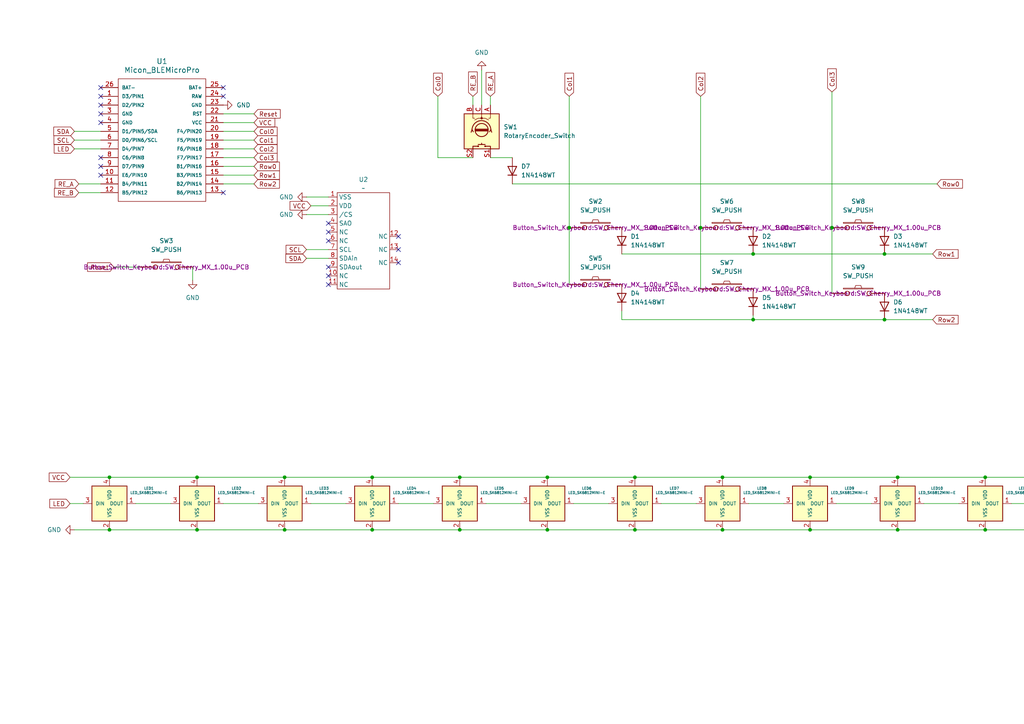
<source format=kicad_sch>
(kicad_sch
	(version 20231120)
	(generator "eeschema")
	(generator_version "8.0")
	(uuid "f2752c34-59c4-4773-8ff3-57259121d6fb")
	(paper "A4")
	(lib_symbols
		(symbol "Device:RotaryEncoder_Switch"
			(pin_names
				(offset 0.254) hide)
			(exclude_from_sim no)
			(in_bom yes)
			(on_board yes)
			(property "Reference" "SW"
				(at 0 6.604 0)
				(effects
					(font
						(size 1.27 1.27)
					)
				)
			)
			(property "Value" "RotaryEncoder_Switch"
				(at 0 -6.604 0)
				(effects
					(font
						(size 1.27 1.27)
					)
				)
			)
			(property "Footprint" ""
				(at -3.81 4.064 0)
				(effects
					(font
						(size 1.27 1.27)
					)
					(hide yes)
				)
			)
			(property "Datasheet" "~"
				(at 0 6.604 0)
				(effects
					(font
						(size 1.27 1.27)
					)
					(hide yes)
				)
			)
			(property "Description" "Rotary encoder, dual channel, incremental quadrate outputs, with switch"
				(at 0 0 0)
				(effects
					(font
						(size 1.27 1.27)
					)
					(hide yes)
				)
			)
			(property "ki_keywords" "rotary switch encoder switch push button"
				(at 0 0 0)
				(effects
					(font
						(size 1.27 1.27)
					)
					(hide yes)
				)
			)
			(property "ki_fp_filters" "RotaryEncoder*Switch*"
				(at 0 0 0)
				(effects
					(font
						(size 1.27 1.27)
					)
					(hide yes)
				)
			)
			(symbol "RotaryEncoder_Switch_0_1"
				(rectangle
					(start -5.08 5.08)
					(end 5.08 -5.08)
					(stroke
						(width 0.254)
						(type default)
					)
					(fill
						(type background)
					)
				)
				(circle
					(center -3.81 0)
					(radius 0.254)
					(stroke
						(width 0)
						(type default)
					)
					(fill
						(type outline)
					)
				)
				(circle
					(center -0.381 0)
					(radius 1.905)
					(stroke
						(width 0.254)
						(type default)
					)
					(fill
						(type none)
					)
				)
				(arc
					(start -0.381 2.667)
					(mid -3.0988 -0.0635)
					(end -0.381 -2.794)
					(stroke
						(width 0.254)
						(type default)
					)
					(fill
						(type none)
					)
				)
				(polyline
					(pts
						(xy -0.635 -1.778) (xy -0.635 1.778)
					)
					(stroke
						(width 0.254)
						(type default)
					)
					(fill
						(type none)
					)
				)
				(polyline
					(pts
						(xy -0.381 -1.778) (xy -0.381 1.778)
					)
					(stroke
						(width 0.254)
						(type default)
					)
					(fill
						(type none)
					)
				)
				(polyline
					(pts
						(xy -0.127 1.778) (xy -0.127 -1.778)
					)
					(stroke
						(width 0.254)
						(type default)
					)
					(fill
						(type none)
					)
				)
				(polyline
					(pts
						(xy 3.81 0) (xy 3.429 0)
					)
					(stroke
						(width 0.254)
						(type default)
					)
					(fill
						(type none)
					)
				)
				(polyline
					(pts
						(xy 3.81 1.016) (xy 3.81 -1.016)
					)
					(stroke
						(width 0.254)
						(type default)
					)
					(fill
						(type none)
					)
				)
				(polyline
					(pts
						(xy -5.08 -2.54) (xy -3.81 -2.54) (xy -3.81 -2.032)
					)
					(stroke
						(width 0)
						(type default)
					)
					(fill
						(type none)
					)
				)
				(polyline
					(pts
						(xy -5.08 2.54) (xy -3.81 2.54) (xy -3.81 2.032)
					)
					(stroke
						(width 0)
						(type default)
					)
					(fill
						(type none)
					)
				)
				(polyline
					(pts
						(xy 0.254 -3.048) (xy -0.508 -2.794) (xy 0.127 -2.413)
					)
					(stroke
						(width 0.254)
						(type default)
					)
					(fill
						(type none)
					)
				)
				(polyline
					(pts
						(xy 0.254 2.921) (xy -0.508 2.667) (xy 0.127 2.286)
					)
					(stroke
						(width 0.254)
						(type default)
					)
					(fill
						(type none)
					)
				)
				(polyline
					(pts
						(xy 5.08 -2.54) (xy 4.318 -2.54) (xy 4.318 -1.016)
					)
					(stroke
						(width 0.254)
						(type default)
					)
					(fill
						(type none)
					)
				)
				(polyline
					(pts
						(xy 5.08 2.54) (xy 4.318 2.54) (xy 4.318 1.016)
					)
					(stroke
						(width 0.254)
						(type default)
					)
					(fill
						(type none)
					)
				)
				(polyline
					(pts
						(xy -5.08 0) (xy -3.81 0) (xy -3.81 -1.016) (xy -3.302 -2.032)
					)
					(stroke
						(width 0)
						(type default)
					)
					(fill
						(type none)
					)
				)
				(polyline
					(pts
						(xy -4.318 0) (xy -3.81 0) (xy -3.81 1.016) (xy -3.302 2.032)
					)
					(stroke
						(width 0)
						(type default)
					)
					(fill
						(type none)
					)
				)
				(circle
					(center 4.318 -1.016)
					(radius 0.127)
					(stroke
						(width 0.254)
						(type default)
					)
					(fill
						(type none)
					)
				)
				(circle
					(center 4.318 1.016)
					(radius 0.127)
					(stroke
						(width 0.254)
						(type default)
					)
					(fill
						(type none)
					)
				)
			)
			(symbol "RotaryEncoder_Switch_1_1"
				(pin passive line
					(at -7.62 2.54 0)
					(length 2.54)
					(name "A"
						(effects
							(font
								(size 1.27 1.27)
							)
						)
					)
					(number "A"
						(effects
							(font
								(size 1.27 1.27)
							)
						)
					)
				)
				(pin passive line
					(at -7.62 -2.54 0)
					(length 2.54)
					(name "B"
						(effects
							(font
								(size 1.27 1.27)
							)
						)
					)
					(number "B"
						(effects
							(font
								(size 1.27 1.27)
							)
						)
					)
				)
				(pin passive line
					(at -7.62 0 0)
					(length 2.54)
					(name "C"
						(effects
							(font
								(size 1.27 1.27)
							)
						)
					)
					(number "C"
						(effects
							(font
								(size 1.27 1.27)
							)
						)
					)
				)
				(pin passive line
					(at 7.62 2.54 180)
					(length 2.54)
					(name "S1"
						(effects
							(font
								(size 1.27 1.27)
							)
						)
					)
					(number "S1"
						(effects
							(font
								(size 1.27 1.27)
							)
						)
					)
				)
				(pin passive line
					(at 7.62 -2.54 180)
					(length 2.54)
					(name "S2"
						(effects
							(font
								(size 1.27 1.27)
							)
						)
					)
					(number "S2"
						(effects
							(font
								(size 1.27 1.27)
							)
						)
					)
				)
			)
		)
		(symbol "Diode:1N4148WT"
			(pin_numbers hide)
			(pin_names hide)
			(exclude_from_sim no)
			(in_bom yes)
			(on_board yes)
			(property "Reference" "D"
				(at 0 2.54 0)
				(effects
					(font
						(size 1.27 1.27)
					)
				)
			)
			(property "Value" "1N4148WT"
				(at 0 -2.54 0)
				(effects
					(font
						(size 1.27 1.27)
					)
				)
			)
			(property "Footprint" "Diode_SMD:D_SOD-523"
				(at 0 -4.445 0)
				(effects
					(font
						(size 1.27 1.27)
					)
					(hide yes)
				)
			)
			(property "Datasheet" "https://www.diodes.com/assets/Datasheets/ds30396.pdf"
				(at 0 0 0)
				(effects
					(font
						(size 1.27 1.27)
					)
					(hide yes)
				)
			)
			(property "Description" "75V 0.15A Fast switching Diode, SOD-523"
				(at 0 0 0)
				(effects
					(font
						(size 1.27 1.27)
					)
					(hide yes)
				)
			)
			(property "Sim.Device" "D"
				(at 0 0 0)
				(effects
					(font
						(size 1.27 1.27)
					)
					(hide yes)
				)
			)
			(property "Sim.Pins" "1=K 2=A"
				(at 0 0 0)
				(effects
					(font
						(size 1.27 1.27)
					)
					(hide yes)
				)
			)
			(property "ki_keywords" "diode"
				(at 0 0 0)
				(effects
					(font
						(size 1.27 1.27)
					)
					(hide yes)
				)
			)
			(property "ki_fp_filters" "D*SOD?523*"
				(at 0 0 0)
				(effects
					(font
						(size 1.27 1.27)
					)
					(hide yes)
				)
			)
			(symbol "1N4148WT_0_1"
				(polyline
					(pts
						(xy -1.27 1.27) (xy -1.27 -1.27)
					)
					(stroke
						(width 0.254)
						(type default)
					)
					(fill
						(type none)
					)
				)
				(polyline
					(pts
						(xy 1.27 0) (xy -1.27 0)
					)
					(stroke
						(width 0)
						(type default)
					)
					(fill
						(type none)
					)
				)
				(polyline
					(pts
						(xy 1.27 1.27) (xy 1.27 -1.27) (xy -1.27 0) (xy 1.27 1.27)
					)
					(stroke
						(width 0.254)
						(type default)
					)
					(fill
						(type none)
					)
				)
			)
			(symbol "1N4148WT_1_1"
				(pin passive line
					(at -3.81 0 0)
					(length 2.54)
					(name "K"
						(effects
							(font
								(size 1.27 1.27)
							)
						)
					)
					(number "1"
						(effects
							(font
								(size 1.27 1.27)
							)
						)
					)
				)
				(pin passive line
					(at 3.81 0 180)
					(length 2.54)
					(name "A"
						(effects
							(font
								(size 1.27 1.27)
							)
						)
					)
					(number "2"
						(effects
							(font
								(size 1.27 1.27)
							)
						)
					)
				)
			)
		)
		(symbol "Salicylic_kbd:LED_SK6812MINI-E"
			(pin_names
				(offset 1.016)
			)
			(exclude_from_sim no)
			(in_bom yes)
			(on_board yes)
			(property "Reference" "LED"
				(at 5.08 -10.16 0)
				(effects
					(font
						(size 0.7366 0.7366)
					)
				)
			)
			(property "Value" "LED_SK6812MINI-E"
				(at 8.89 -8.89 0)
				(effects
					(font
						(size 0.7366 0.7366)
					)
				)
			)
			(property "Footprint" ""
				(at 2.54 -6.35 0)
				(effects
					(font
						(size 1.27 1.27)
					)
					(hide yes)
				)
			)
			(property "Datasheet" ""
				(at 2.54 -6.35 0)
				(effects
					(font
						(size 1.27 1.27)
					)
					(hide yes)
				)
			)
			(property "Description" ""
				(at 0 0 0)
				(effects
					(font
						(size 1.27 1.27)
					)
					(hide yes)
				)
			)
			(symbol "LED_SK6812MINI-E_0_1"
				(rectangle
					(start -5.08 5.08)
					(end 5.08 -5.08)
					(stroke
						(width 0.254)
						(type solid)
					)
					(fill
						(type background)
					)
				)
			)
			(symbol "LED_SK6812MINI-E_1_1"
				(pin output line
					(at 7.62 0 180)
					(length 2.54)
					(name "DOUT"
						(effects
							(font
								(size 0.9906 0.9906)
							)
						)
					)
					(number "1"
						(effects
							(font
								(size 1.27 1.27)
							)
						)
					)
				)
				(pin power_in line
					(at 0 -7.62 90)
					(length 2.54)
					(name "VSS"
						(effects
							(font
								(size 0.9906 0.9906)
							)
						)
					)
					(number "2"
						(effects
							(font
								(size 1.27 1.27)
							)
						)
					)
				)
				(pin input line
					(at -7.62 0 0)
					(length 2.54)
					(name "DIN"
						(effects
							(font
								(size 0.9906 0.9906)
							)
						)
					)
					(number "3"
						(effects
							(font
								(size 1.27 1.27)
							)
						)
					)
				)
				(pin power_in line
					(at 0 7.62 270)
					(length 2.54)
					(name "VDD"
						(effects
							(font
								(size 0.9906 0.9906)
							)
						)
					)
					(number "4"
						(effects
							(font
								(size 1.27 1.27)
							)
						)
					)
				)
			)
		)
		(symbol "Salicylic_kbd:Micon_BLEMicroPro"
			(pin_names
				(offset 1.016)
			)
			(exclude_from_sim no)
			(in_bom yes)
			(on_board yes)
			(property "Reference" "U"
				(at 0 26.67 0)
				(effects
					(font
						(size 1.524 1.524)
					)
				)
			)
			(property "Value" "Micon_BLEMicroPro"
				(at 0 -13.97 0)
				(effects
					(font
						(size 1.524 1.524)
					)
				)
			)
			(property "Footprint" ""
				(at 2.54 -26.67 0)
				(effects
					(font
						(size 1.524 1.524)
					)
				)
			)
			(property "Datasheet" ""
				(at 2.54 -26.67 0)
				(effects
					(font
						(size 1.524 1.524)
					)
				)
			)
			(property "Description" ""
				(at 0 0 0)
				(effects
					(font
						(size 1.27 1.27)
					)
					(hide yes)
				)
			)
			(symbol "Micon_BLEMicroPro_0_1"
				(rectangle
					(start 12.7 24.13)
					(end -12.7 -11.43)
					(stroke
						(width 0)
						(type solid)
					)
					(fill
						(type none)
					)
				)
			)
			(symbol "Micon_BLEMicroPro_1_1"
				(pin bidirectional line
					(at -17.78 19.05 0)
					(length 5.08)
					(name "D3/PIN1"
						(effects
							(font
								(size 0.9906 0.9906)
							)
						)
					)
					(number "1"
						(effects
							(font
								(size 1.27 1.27)
							)
						)
					)
				)
				(pin bidirectional line
					(at -17.78 -3.81 0)
					(length 5.08)
					(name "E6/PIN10"
						(effects
							(font
								(size 0.9906 0.9906)
							)
						)
					)
					(number "10"
						(effects
							(font
								(size 1.27 1.27)
							)
						)
					)
				)
				(pin bidirectional line
					(at -17.78 -6.35 0)
					(length 5.08)
					(name "B4/PIN11"
						(effects
							(font
								(size 0.9906 0.9906)
							)
						)
					)
					(number "11"
						(effects
							(font
								(size 1.27 1.27)
							)
						)
					)
				)
				(pin bidirectional line
					(at -17.78 -8.89 0)
					(length 5.08)
					(name "B5/PIN12"
						(effects
							(font
								(size 0.9906 0.9906)
							)
						)
					)
					(number "12"
						(effects
							(font
								(size 1.27 1.27)
							)
						)
					)
				)
				(pin bidirectional line
					(at 17.78 -8.89 180)
					(length 5.08)
					(name "B6/PIN13"
						(effects
							(font
								(size 0.9906 0.9906)
							)
						)
					)
					(number "13"
						(effects
							(font
								(size 1.27 1.27)
							)
						)
					)
				)
				(pin bidirectional line
					(at 17.78 -6.35 180)
					(length 5.08)
					(name "B2/PIN14"
						(effects
							(font
								(size 0.9906 0.9906)
							)
						)
					)
					(number "14"
						(effects
							(font
								(size 1.27 1.27)
							)
						)
					)
				)
				(pin bidirectional line
					(at 17.78 -3.81 180)
					(length 5.08)
					(name "B3/PIN15"
						(effects
							(font
								(size 0.9906 0.9906)
							)
						)
					)
					(number "15"
						(effects
							(font
								(size 1.27 1.27)
							)
						)
					)
				)
				(pin bidirectional line
					(at 17.78 -1.27 180)
					(length 5.08)
					(name "B1/PIN16"
						(effects
							(font
								(size 0.9906 0.9906)
							)
						)
					)
					(number "16"
						(effects
							(font
								(size 1.27 1.27)
							)
						)
					)
				)
				(pin bidirectional line
					(at 17.78 1.27 180)
					(length 5.08)
					(name "F7/PIN17"
						(effects
							(font
								(size 0.9906 0.9906)
							)
						)
					)
					(number "17"
						(effects
							(font
								(size 1.27 1.27)
							)
						)
					)
				)
				(pin bidirectional line
					(at 17.78 3.81 180)
					(length 5.08)
					(name "F6/PIN18"
						(effects
							(font
								(size 0.9906 0.9906)
							)
						)
					)
					(number "18"
						(effects
							(font
								(size 1.27 1.27)
							)
						)
					)
				)
				(pin bidirectional line
					(at 17.78 6.35 180)
					(length 5.08)
					(name "F5/PIN19"
						(effects
							(font
								(size 0.9906 0.9906)
							)
						)
					)
					(number "19"
						(effects
							(font
								(size 1.27 1.27)
							)
						)
					)
				)
				(pin bidirectional line
					(at -17.78 16.51 0)
					(length 5.08)
					(name "D2/PIN2"
						(effects
							(font
								(size 0.9906 0.9906)
							)
						)
					)
					(number "2"
						(effects
							(font
								(size 1.27 1.27)
							)
						)
					)
				)
				(pin bidirectional line
					(at 17.78 8.89 180)
					(length 5.08)
					(name "F4/PIN20"
						(effects
							(font
								(size 0.9906 0.9906)
							)
						)
					)
					(number "20"
						(effects
							(font
								(size 1.27 1.27)
							)
						)
					)
				)
				(pin power_in line
					(at 17.78 11.43 180)
					(length 5.08)
					(name "VCC"
						(effects
							(font
								(size 0.9906 0.9906)
							)
						)
					)
					(number "21"
						(effects
							(font
								(size 1.27 1.27)
							)
						)
					)
				)
				(pin input line
					(at 17.78 13.97 180)
					(length 5.08)
					(name "RST"
						(effects
							(font
								(size 0.9906 0.9906)
							)
						)
					)
					(number "22"
						(effects
							(font
								(size 1.27 1.27)
							)
						)
					)
				)
				(pin power_in line
					(at 17.78 16.51 180)
					(length 5.08)
					(name "GND"
						(effects
							(font
								(size 0.9906 0.9906)
							)
						)
					)
					(number "23"
						(effects
							(font
								(size 1.27 1.27)
							)
						)
					)
				)
				(pin power_out line
					(at 17.78 19.05 180)
					(length 5.08)
					(name "RAW"
						(effects
							(font
								(size 0.9906 0.9906)
							)
						)
					)
					(number "24"
						(effects
							(font
								(size 1.27 1.27)
							)
						)
					)
				)
				(pin input line
					(at 17.78 21.59 180)
					(length 5.08)
					(name "BAT+"
						(effects
							(font
								(size 0.9906 0.9906)
							)
						)
					)
					(number "25"
						(effects
							(font
								(size 1.27 1.27)
							)
						)
					)
				)
				(pin input line
					(at -17.78 21.59 0)
					(length 5.08)
					(name "BAT-"
						(effects
							(font
								(size 0.9906 0.9906)
							)
						)
					)
					(number "26"
						(effects
							(font
								(size 1.27 1.27)
							)
						)
					)
				)
				(pin power_in line
					(at -17.78 13.97 0)
					(length 5.08)
					(name "GND"
						(effects
							(font
								(size 0.9906 0.9906)
							)
						)
					)
					(number "3"
						(effects
							(font
								(size 1.27 1.27)
							)
						)
					)
				)
				(pin power_in line
					(at -17.78 11.43 0)
					(length 5.08)
					(name "GND"
						(effects
							(font
								(size 0.9906 0.9906)
							)
						)
					)
					(number "4"
						(effects
							(font
								(size 1.27 1.27)
							)
						)
					)
				)
				(pin bidirectional line
					(at -17.78 8.89 0)
					(length 5.08)
					(name "D1/PIN5/SDA"
						(effects
							(font
								(size 0.9906 0.9906)
							)
						)
					)
					(number "5"
						(effects
							(font
								(size 1.27 1.27)
							)
						)
					)
				)
				(pin bidirectional line
					(at -17.78 6.35 0)
					(length 5.08)
					(name "D0/PIN6/SCL"
						(effects
							(font
								(size 0.9906 0.9906)
							)
						)
					)
					(number "6"
						(effects
							(font
								(size 1.27 1.27)
							)
						)
					)
				)
				(pin bidirectional line
					(at -17.78 3.81 0)
					(length 5.08)
					(name "D4/PIN7"
						(effects
							(font
								(size 0.9906 0.9906)
							)
						)
					)
					(number "7"
						(effects
							(font
								(size 1.27 1.27)
							)
						)
					)
				)
				(pin bidirectional line
					(at -17.78 1.27 0)
					(length 5.08)
					(name "C6/PIN8"
						(effects
							(font
								(size 0.9906 0.9906)
							)
						)
					)
					(number "8"
						(effects
							(font
								(size 1.27 1.27)
							)
						)
					)
				)
				(pin bidirectional line
					(at -17.78 -1.27 0)
					(length 5.08)
					(name "D7/PIN9"
						(effects
							(font
								(size 0.9906 0.9906)
							)
						)
					)
					(number "9"
						(effects
							(font
								(size 1.27 1.27)
							)
						)
					)
				)
			)
		)
		(symbol "kbd:SO1602AWWB-UC-WB-U"
			(exclude_from_sim no)
			(in_bom yes)
			(on_board yes)
			(property "Reference" "U"
				(at 3.81 0 0)
				(effects
					(font
						(size 1.27 1.27)
					)
				)
			)
			(property "Value" ""
				(at 3.81 0 0)
				(effects
					(font
						(size 1.27 1.27)
					)
				)
			)
			(property "Footprint" ""
				(at 3.81 0 0)
				(effects
					(font
						(size 1.27 1.27)
					)
					(hide yes)
				)
			)
			(property "Datasheet" ""
				(at 3.81 0 0)
				(effects
					(font
						(size 1.27 1.27)
					)
					(hide yes)
				)
			)
			(property "Description" ""
				(at 3.81 0 0)
				(effects
					(font
						(size 1.27 1.27)
					)
					(hide yes)
				)
			)
			(symbol "SO1602AWWB-UC-WB-U_0_1"
				(rectangle
					(start -7.62 15.24)
					(end 7.62 -12.7)
					(stroke
						(width 0)
						(type default)
					)
					(fill
						(type none)
					)
				)
			)
			(symbol "SO1602AWWB-UC-WB-U_1_1"
				(pin input line
					(at -10.16 13.97 0)
					(length 2.54)
					(name "VSS"
						(effects
							(font
								(size 1.27 1.27)
							)
						)
					)
					(number "1"
						(effects
							(font
								(size 1.27 1.27)
							)
						)
					)
				)
				(pin input line
					(at -10.16 -8.89 0)
					(length 2.54)
					(name "NC"
						(effects
							(font
								(size 1.27 1.27)
							)
						)
					)
					(number "10"
						(effects
							(font
								(size 1.27 1.27)
							)
						)
					)
				)
				(pin input line
					(at -10.16 -11.43 0)
					(length 2.54)
					(name "NC"
						(effects
							(font
								(size 1.27 1.27)
							)
						)
					)
					(number "11"
						(effects
							(font
								(size 1.27 1.27)
							)
						)
					)
				)
				(pin input line
					(at 10.16 2.54 180)
					(length 2.54)
					(name "NC"
						(effects
							(font
								(size 1.27 1.27)
							)
						)
					)
					(number "12"
						(effects
							(font
								(size 1.27 1.27)
							)
						)
					)
				)
				(pin input line
					(at 10.16 -1.27 180)
					(length 2.54)
					(name "NC"
						(effects
							(font
								(size 1.27 1.27)
							)
						)
					)
					(number "13"
						(effects
							(font
								(size 1.27 1.27)
							)
						)
					)
				)
				(pin input line
					(at 10.16 -5.08 180)
					(length 2.54)
					(name "NC"
						(effects
							(font
								(size 1.27 1.27)
							)
						)
					)
					(number "14"
						(effects
							(font
								(size 1.27 1.27)
							)
						)
					)
				)
				(pin input line
					(at -10.16 11.43 0)
					(length 2.54)
					(name "VDD"
						(effects
							(font
								(size 1.27 1.27)
							)
						)
					)
					(number "2"
						(effects
							(font
								(size 1.27 1.27)
							)
						)
					)
				)
				(pin input line
					(at -10.16 8.89 0)
					(length 2.54)
					(name "/CS"
						(effects
							(font
								(size 1.27 1.27)
							)
						)
					)
					(number "3"
						(effects
							(font
								(size 1.27 1.27)
							)
						)
					)
				)
				(pin input line
					(at -10.16 6.35 0)
					(length 2.54)
					(name "SAO"
						(effects
							(font
								(size 1.27 1.27)
							)
						)
					)
					(number "4"
						(effects
							(font
								(size 1.27 1.27)
							)
						)
					)
				)
				(pin input line
					(at -10.16 3.81 0)
					(length 2.54)
					(name "NC"
						(effects
							(font
								(size 1.27 1.27)
							)
						)
					)
					(number "5"
						(effects
							(font
								(size 1.27 1.27)
							)
						)
					)
				)
				(pin input line
					(at -10.16 1.27 0)
					(length 2.54)
					(name "NC"
						(effects
							(font
								(size 1.27 1.27)
							)
						)
					)
					(number "6"
						(effects
							(font
								(size 1.27 1.27)
							)
						)
					)
				)
				(pin input line
					(at -10.16 -1.27 0)
					(length 2.54)
					(name "SCL"
						(effects
							(font
								(size 1.27 1.27)
							)
						)
					)
					(number "7"
						(effects
							(font
								(size 1.27 1.27)
							)
						)
					)
				)
				(pin input line
					(at -10.16 -3.81 0)
					(length 2.54)
					(name "SDAin"
						(effects
							(font
								(size 1.27 1.27)
							)
						)
					)
					(number "8"
						(effects
							(font
								(size 1.27 1.27)
							)
						)
					)
				)
				(pin input line
					(at -10.16 -6.35 0)
					(length 2.54)
					(name "SDAout"
						(effects
							(font
								(size 1.27 1.27)
							)
						)
					)
					(number "9"
						(effects
							(font
								(size 1.27 1.27)
							)
						)
					)
				)
			)
		)
		(symbol "kbd:SW_PUSH"
			(pin_numbers hide)
			(pin_names
				(offset 1.016) hide)
			(exclude_from_sim no)
			(in_bom yes)
			(on_board yes)
			(property "Reference" "SW"
				(at 3.81 2.794 0)
				(effects
					(font
						(size 1.27 1.27)
					)
				)
			)
			(property "Value" "SW_PUSH"
				(at 0 -2.032 0)
				(effects
					(font
						(size 1.27 1.27)
					)
				)
			)
			(property "Footprint" ""
				(at 0 0 0)
				(effects
					(font
						(size 1.27 1.27)
					)
				)
			)
			(property "Datasheet" ""
				(at 0 0 0)
				(effects
					(font
						(size 1.27 1.27)
					)
				)
			)
			(property "Description" ""
				(at 0 0 0)
				(effects
					(font
						(size 1.27 1.27)
					)
					(hide yes)
				)
			)
			(symbol "SW_PUSH_0_1"
				(rectangle
					(start -4.318 1.27)
					(end 4.318 1.524)
					(stroke
						(width 0)
						(type solid)
					)
					(fill
						(type none)
					)
				)
				(polyline
					(pts
						(xy -1.016 1.524) (xy -0.762 2.286) (xy 0.762 2.286) (xy 1.016 1.524)
					)
					(stroke
						(width 0)
						(type solid)
					)
					(fill
						(type none)
					)
				)
				(pin passive inverted
					(at -7.62 0 0)
					(length 5.08)
					(name "1"
						(effects
							(font
								(size 1.27 1.27)
							)
						)
					)
					(number "1"
						(effects
							(font
								(size 1.27 1.27)
							)
						)
					)
				)
				(pin passive inverted
					(at 7.62 0 180)
					(length 5.08)
					(name "2"
						(effects
							(font
								(size 1.27 1.27)
							)
						)
					)
					(number "2"
						(effects
							(font
								(size 1.27 1.27)
							)
						)
					)
				)
			)
		)
		(symbol "power:GND"
			(power)
			(pin_numbers hide)
			(pin_names
				(offset 0) hide)
			(exclude_from_sim no)
			(in_bom yes)
			(on_board yes)
			(property "Reference" "#PWR"
				(at 0 -6.35 0)
				(effects
					(font
						(size 1.27 1.27)
					)
					(hide yes)
				)
			)
			(property "Value" "GND"
				(at 0 -3.81 0)
				(effects
					(font
						(size 1.27 1.27)
					)
				)
			)
			(property "Footprint" ""
				(at 0 0 0)
				(effects
					(font
						(size 1.27 1.27)
					)
					(hide yes)
				)
			)
			(property "Datasheet" ""
				(at 0 0 0)
				(effects
					(font
						(size 1.27 1.27)
					)
					(hide yes)
				)
			)
			(property "Description" "Power symbol creates a global label with name \"GND\" , ground"
				(at 0 0 0)
				(effects
					(font
						(size 1.27 1.27)
					)
					(hide yes)
				)
			)
			(property "ki_keywords" "global power"
				(at 0 0 0)
				(effects
					(font
						(size 1.27 1.27)
					)
					(hide yes)
				)
			)
			(symbol "GND_0_1"
				(polyline
					(pts
						(xy 0 0) (xy 0 -1.27) (xy 1.27 -1.27) (xy 0 -2.54) (xy -1.27 -1.27) (xy 0 -1.27)
					)
					(stroke
						(width 0)
						(type default)
					)
					(fill
						(type none)
					)
				)
			)
			(symbol "GND_1_1"
				(pin power_in line
					(at 0 0 270)
					(length 0)
					(name "~"
						(effects
							(font
								(size 1.27 1.27)
							)
						)
					)
					(number "1"
						(effects
							(font
								(size 1.27 1.27)
							)
						)
					)
				)
			)
		)
	)
	(junction
		(at 184.15 153.67)
		(diameter 0)
		(color 0 0 0 0)
		(uuid "06ed599a-cdfe-446c-8728-82de930647d6")
	)
	(junction
		(at 31.75 138.43)
		(diameter 0)
		(color 0 0 0 0)
		(uuid "13e66d67-1374-45c5-950d-2091dcbb5643")
	)
	(junction
		(at 82.55 138.43)
		(diameter 0)
		(color 0 0 0 0)
		(uuid "234ada07-1733-4ac0-b7c5-83d56b7ebf35")
	)
	(junction
		(at 218.44 73.66)
		(diameter 0)
		(color 0 0 0 0)
		(uuid "2991e3ee-98bd-4464-96a9-13093d2f320b")
	)
	(junction
		(at 82.55 153.67)
		(diameter 0)
		(color 0 0 0 0)
		(uuid "396240ec-59fd-4dca-a734-3b47560bac64")
	)
	(junction
		(at 57.15 153.67)
		(diameter 0)
		(color 0 0 0 0)
		(uuid "3b6eb143-ab69-4a96-add4-d841ba897021")
	)
	(junction
		(at 133.35 153.67)
		(diameter 0)
		(color 0 0 0 0)
		(uuid "3fd8f049-9d09-4a3c-a955-e65fe899781e")
	)
	(junction
		(at 209.55 138.43)
		(diameter 0)
		(color 0 0 0 0)
		(uuid "46b0f02e-33ba-4448-b3f1-1264f16e1503")
	)
	(junction
		(at 218.44 92.71)
		(diameter 0)
		(color 0 0 0 0)
		(uuid "512251ab-6d45-472c-92e1-65d810fe6fdf")
	)
	(junction
		(at 234.95 153.67)
		(diameter 0)
		(color 0 0 0 0)
		(uuid "54960ca2-9407-489a-8fa5-090447b83b9d")
	)
	(junction
		(at 260.35 153.67)
		(diameter 0)
		(color 0 0 0 0)
		(uuid "603a0506-c531-4062-95d3-ec9dab1071d8")
	)
	(junction
		(at 209.55 153.67)
		(diameter 0)
		(color 0 0 0 0)
		(uuid "783f0118-820f-486b-9647-4b05d84ca87b")
	)
	(junction
		(at 256.54 92.71)
		(diameter 0)
		(color 0 0 0 0)
		(uuid "852893f3-c284-4aea-854a-58f9c0a600c1")
	)
	(junction
		(at 256.54 73.66)
		(diameter 0)
		(color 0 0 0 0)
		(uuid "85ef484c-5205-4200-8cd4-1f955039137c")
	)
	(junction
		(at 165.1 66.04)
		(diameter 0)
		(color 0 0 0 0)
		(uuid "9063daf1-e5f0-40da-bef4-15dc3f3faa30")
	)
	(junction
		(at 31.75 153.67)
		(diameter 0)
		(color 0 0 0 0)
		(uuid "9093859b-e314-47b2-afa5-0cf98dd7e450")
	)
	(junction
		(at 158.75 138.43)
		(diameter 0)
		(color 0 0 0 0)
		(uuid "9296b4ad-b405-422e-81da-057864d2ec15")
	)
	(junction
		(at 107.95 138.43)
		(diameter 0)
		(color 0 0 0 0)
		(uuid "9ddfa17f-c861-4a17-b1f8-cb686b530bcb")
	)
	(junction
		(at 133.35 138.43)
		(diameter 0)
		(color 0 0 0 0)
		(uuid "bc4b39c6-c879-4a0d-9e25-6bd777a0b716")
	)
	(junction
		(at 285.75 153.67)
		(diameter 0)
		(color 0 0 0 0)
		(uuid "beffe59f-7dde-4be9-b3fb-71fe2be78271")
	)
	(junction
		(at 285.75 138.43)
		(diameter 0)
		(color 0 0 0 0)
		(uuid "c43f004d-fe82-4572-a177-6c8014c97d98")
	)
	(junction
		(at 241.3 66.04)
		(diameter 0)
		(color 0 0 0 0)
		(uuid "c571a50a-7630-4e05-a483-f2ff683ace98")
	)
	(junction
		(at 184.15 138.43)
		(diameter 0)
		(color 0 0 0 0)
		(uuid "d4e5a890-e9b9-4796-99ec-82852f27f999")
	)
	(junction
		(at 107.95 153.67)
		(diameter 0)
		(color 0 0 0 0)
		(uuid "d8b8925a-6b6f-4406-848d-ea5eff03a5a6")
	)
	(junction
		(at 158.75 153.67)
		(diameter 0)
		(color 0 0 0 0)
		(uuid "eb11d5ad-8cc5-4dc5-80a5-cfdd6bedafd4")
	)
	(junction
		(at 260.35 138.43)
		(diameter 0)
		(color 0 0 0 0)
		(uuid "ee321c7a-eef4-48d1-8d6f-e86b1e70ae1d")
	)
	(junction
		(at 203.2 66.04)
		(diameter 0)
		(color 0 0 0 0)
		(uuid "f2e39a50-40ea-41c0-a2e6-403ca62a5c9e")
	)
	(junction
		(at 234.95 138.43)
		(diameter 0)
		(color 0 0 0 0)
		(uuid "f3fcd55e-2bf5-4ae3-9b45-7092fefb853c")
	)
	(junction
		(at 57.15 138.43)
		(diameter 0)
		(color 0 0 0 0)
		(uuid "fd25fb9a-6091-4906-90ca-bfa42db16364")
	)
	(no_connect
		(at 318.77 146.05)
		(uuid "067ed7b7-76fa-4fd3-bb06-61e2ce9df1ed")
	)
	(no_connect
		(at 95.25 64.77)
		(uuid "21abf595-37ee-43e9-b396-947ae687fed3")
	)
	(no_connect
		(at 115.57 68.58)
		(uuid "261d57a9-1b88-42fd-8c2a-34bfad24f291")
	)
	(no_connect
		(at 95.25 77.47)
		(uuid "3a64b548-02bb-4628-8e8e-347a2438e818")
	)
	(no_connect
		(at 115.57 72.39)
		(uuid "5206f386-98fa-40e3-825d-1718aa6d4ca6")
	)
	(no_connect
		(at 29.21 27.94)
		(uuid "5f796711-fbb9-4d26-abde-4e061fad8a93")
	)
	(no_connect
		(at 29.21 45.72)
		(uuid "6534f368-0a03-40cd-a651-14391fb6d45a")
	)
	(no_connect
		(at 95.25 82.55)
		(uuid "6bd6dbfb-11b8-4262-8188-9e63c56d3463")
	)
	(no_connect
		(at 29.21 25.4)
		(uuid "79320376-0d17-413c-9f6a-9610c7e91943")
	)
	(no_connect
		(at 95.25 69.85)
		(uuid "7ec05ecd-50a2-492b-8ee3-bdf4432a42f2")
	)
	(no_connect
		(at 64.77 25.4)
		(uuid "87b6251b-b8d2-493c-b749-4655a25362d2")
	)
	(no_connect
		(at 95.25 67.31)
		(uuid "8a13cf80-7325-493b-9788-cda9ce8b3436")
	)
	(no_connect
		(at 29.21 48.26)
		(uuid "91542ec0-410f-4aa5-b435-6aa77127f241")
	)
	(no_connect
		(at 64.77 27.94)
		(uuid "a8de0e19-1e9f-48ef-a0c1-5d4a8325b285")
	)
	(no_connect
		(at 29.21 50.8)
		(uuid "b5fc17aa-93a3-4031-ae6e-a01c95f2a82d")
	)
	(no_connect
		(at 115.57 76.2)
		(uuid "bb4a3939-1549-43b7-8578-77ab35bb9d97")
	)
	(no_connect
		(at 95.25 80.01)
		(uuid "c5aa3dd3-5f68-4137-b7db-ce72600809b6")
	)
	(no_connect
		(at 29.21 33.02)
		(uuid "ca9ed545-c277-4225-b72d-3dd68984041b")
	)
	(no_connect
		(at 29.21 35.56)
		(uuid "d0091d3a-b6f2-4d48-9f99-dfdd7a781eae")
	)
	(no_connect
		(at 29.21 30.48)
		(uuid "f0a5d5e6-fd17-47cc-ac56-903dc00a6644")
	)
	(no_connect
		(at 64.77 55.88)
		(uuid "f222aeb3-87f3-4f6b-9c44-bd3e03370d6c")
	)
	(wire
		(pts
			(xy 285.75 153.67) (xy 260.35 153.67)
		)
		(stroke
			(width 0)
			(type default)
		)
		(uuid "004609ce-0004-40d0-9152-0a8536743add")
	)
	(wire
		(pts
			(xy 203.2 27.94) (xy 203.2 66.04)
		)
		(stroke
			(width 0)
			(type default)
		)
		(uuid "0692b496-0ff7-4668-9ff4-c5cefbf5a098")
	)
	(wire
		(pts
			(xy 203.2 66.04) (xy 203.2 83.82)
		)
		(stroke
			(width 0)
			(type default)
		)
		(uuid "06dc1d40-ebc9-4e05-82ca-031026da19e0")
	)
	(wire
		(pts
			(xy 191.77 146.05) (xy 201.93 146.05)
		)
		(stroke
			(width 0)
			(type default)
		)
		(uuid "074dd513-129c-4dfe-bdb0-e2eb17bff019")
	)
	(wire
		(pts
			(xy 22.86 55.88) (xy 29.21 55.88)
		)
		(stroke
			(width 0)
			(type default)
		)
		(uuid "086514d3-0a2f-48ca-bd21-b32982d37c9c")
	)
	(wire
		(pts
			(xy 20.32 146.05) (xy 24.13 146.05)
		)
		(stroke
			(width 0)
			(type default)
		)
		(uuid "0912743c-ba46-47ff-ba26-b9c2f30a4ad7")
	)
	(wire
		(pts
			(xy 234.95 138.43) (xy 209.55 138.43)
		)
		(stroke
			(width 0)
			(type default)
		)
		(uuid "09d7739d-cde4-4bb3-9989-5b5432c3043d")
	)
	(wire
		(pts
			(xy 311.15 153.67) (xy 285.75 153.67)
		)
		(stroke
			(width 0)
			(type default)
		)
		(uuid "0a5670d5-dfac-46a9-94c3-23e9d5f39de8")
	)
	(wire
		(pts
			(xy 39.37 146.05) (xy 49.53 146.05)
		)
		(stroke
			(width 0)
			(type default)
		)
		(uuid "108a69a7-5037-47c5-9f61-9d988d54c786")
	)
	(wire
		(pts
			(xy 241.3 26.67) (xy 241.3 66.04)
		)
		(stroke
			(width 0)
			(type default)
		)
		(uuid "11215cc8-c747-43b2-b59b-6ceb2e41f0ba")
	)
	(wire
		(pts
			(xy 21.59 38.1) (xy 29.21 38.1)
		)
		(stroke
			(width 0)
			(type default)
		)
		(uuid "178b3885-9008-4d5a-92b7-81c2e6073a5d")
	)
	(wire
		(pts
			(xy 242.57 146.05) (xy 252.73 146.05)
		)
		(stroke
			(width 0)
			(type default)
		)
		(uuid "1967b654-e53c-4e5f-a9ad-6f818f1e7790")
	)
	(wire
		(pts
			(xy 64.77 146.05) (xy 74.93 146.05)
		)
		(stroke
			(width 0)
			(type default)
		)
		(uuid "1ac3510d-b15a-4679-831c-bc6fd995afb3")
	)
	(wire
		(pts
			(xy 217.17 146.05) (xy 227.33 146.05)
		)
		(stroke
			(width 0)
			(type default)
		)
		(uuid "1ac750d3-c39f-4f20-b6ec-f1a537635ac9")
	)
	(wire
		(pts
			(xy 88.9 62.23) (xy 95.25 62.23)
		)
		(stroke
			(width 0)
			(type default)
		)
		(uuid "1b137182-2a19-404d-a3d9-12131b81db4f")
	)
	(wire
		(pts
			(xy 82.55 138.43) (xy 57.15 138.43)
		)
		(stroke
			(width 0)
			(type default)
		)
		(uuid "1cdf111b-1a54-4a84-a8d8-f3f8db2fe63b")
	)
	(wire
		(pts
			(xy 218.44 92.71) (xy 218.44 91.44)
		)
		(stroke
			(width 0)
			(type default)
		)
		(uuid "206900ba-0a57-4e63-8522-f20af1b33b99")
	)
	(wire
		(pts
			(xy 180.34 90.17) (xy 180.34 92.71)
		)
		(stroke
			(width 0)
			(type default)
		)
		(uuid "208f1f45-8bb5-4554-be79-3749202ee918")
	)
	(wire
		(pts
			(xy 88.9 72.39) (xy 95.25 72.39)
		)
		(stroke
			(width 0)
			(type default)
		)
		(uuid "215b52eb-0cf1-4721-aeb6-975bf46335f3")
	)
	(wire
		(pts
			(xy 90.17 59.69) (xy 95.25 59.69)
		)
		(stroke
			(width 0)
			(type default)
		)
		(uuid "21a61eca-d294-47a3-a51d-f62962929ec9")
	)
	(wire
		(pts
			(xy 260.35 153.67) (xy 234.95 153.67)
		)
		(stroke
			(width 0)
			(type default)
		)
		(uuid "22b884c3-1376-4ceb-a477-9e0c1020a978")
	)
	(wire
		(pts
			(xy 21.59 153.67) (xy 31.75 153.67)
		)
		(stroke
			(width 0)
			(type default)
		)
		(uuid "22f05b84-9eae-47e0-ba21-8eadbc5172ba")
	)
	(wire
		(pts
			(xy 33.02 77.47) (xy 40.64 77.47)
		)
		(stroke
			(width 0)
			(type default)
		)
		(uuid "318be92b-da27-467a-8327-4c1baf6750b8")
	)
	(wire
		(pts
			(xy 285.75 138.43) (xy 260.35 138.43)
		)
		(stroke
			(width 0)
			(type default)
		)
		(uuid "31c6f57b-ba50-40ac-b640-de5133f523eb")
	)
	(wire
		(pts
			(xy 209.55 138.43) (xy 184.15 138.43)
		)
		(stroke
			(width 0)
			(type default)
		)
		(uuid "34b7b1bf-c014-4cc9-ab32-9bb10b12507a")
	)
	(wire
		(pts
			(xy 31.75 138.43) (xy 20.32 138.43)
		)
		(stroke
			(width 0)
			(type default)
		)
		(uuid "39bbc049-69d4-4797-ab6c-43d73e6ab9d6")
	)
	(wire
		(pts
			(xy 107.95 138.43) (xy 82.55 138.43)
		)
		(stroke
			(width 0)
			(type default)
		)
		(uuid "43f8dfa8-e4a8-4167-92a5-667aa5ffe550")
	)
	(wire
		(pts
			(xy 184.15 138.43) (xy 158.75 138.43)
		)
		(stroke
			(width 0)
			(type default)
		)
		(uuid "4636d176-a48b-40b2-ad28-bf3e3f97bd08")
	)
	(wire
		(pts
			(xy 57.15 153.67) (xy 31.75 153.67)
		)
		(stroke
			(width 0)
			(type default)
		)
		(uuid "498d368b-b45f-421a-aec1-dd9c0edfe046")
	)
	(wire
		(pts
			(xy 158.75 153.67) (xy 133.35 153.67)
		)
		(stroke
			(width 0)
			(type default)
		)
		(uuid "4afcd44c-bffa-447b-b099-4917ef1226c1")
	)
	(wire
		(pts
			(xy 218.44 92.71) (xy 256.54 92.71)
		)
		(stroke
			(width 0)
			(type default)
		)
		(uuid "520e66d5-27dc-4b6c-980a-d347dffa05ee")
	)
	(wire
		(pts
			(xy 133.35 153.67) (xy 107.95 153.67)
		)
		(stroke
			(width 0)
			(type default)
		)
		(uuid "52c780d4-0300-4256-85f6-2fc4948f2922")
	)
	(wire
		(pts
			(xy 311.15 138.43) (xy 285.75 138.43)
		)
		(stroke
			(width 0)
			(type default)
		)
		(uuid "5af46839-a5ef-4bdd-acac-0bdb7fc1ccfb")
	)
	(wire
		(pts
			(xy 107.95 153.67) (xy 82.55 153.67)
		)
		(stroke
			(width 0)
			(type default)
		)
		(uuid "5e2cf13d-911a-4577-82a3-66395468737d")
	)
	(wire
		(pts
			(xy 115.57 146.05) (xy 125.73 146.05)
		)
		(stroke
			(width 0)
			(type default)
		)
		(uuid "6d10854a-c3d8-43a1-a314-f867a32c6bb3")
	)
	(wire
		(pts
			(xy 209.55 153.67) (xy 184.15 153.67)
		)
		(stroke
			(width 0)
			(type default)
		)
		(uuid "73806b16-9f9e-46b5-8eb2-2c63a630e9a8")
	)
	(wire
		(pts
			(xy 293.37 146.05) (xy 303.53 146.05)
		)
		(stroke
			(width 0)
			(type default)
		)
		(uuid "7e0ad453-5d7f-4899-a1ce-ac4781756bac")
	)
	(wire
		(pts
			(xy 260.35 138.43) (xy 234.95 138.43)
		)
		(stroke
			(width 0)
			(type default)
		)
		(uuid "81b2e147-994a-40e6-be7e-8c4a0d84aa92")
	)
	(wire
		(pts
			(xy 158.75 138.43) (xy 133.35 138.43)
		)
		(stroke
			(width 0)
			(type default)
		)
		(uuid "8216df0d-a2da-4e9d-899e-c6c6462bcabe")
	)
	(wire
		(pts
			(xy 88.9 74.93) (xy 95.25 74.93)
		)
		(stroke
			(width 0)
			(type default)
		)
		(uuid "85c9cc17-4b73-4b74-a4b5-85a8bcb3544b")
	)
	(wire
		(pts
			(xy 55.88 77.47) (xy 55.88 81.28)
		)
		(stroke
			(width 0)
			(type default)
		)
		(uuid "88fc59a4-118c-4a09-9fab-70ba3d21f39c")
	)
	(wire
		(pts
			(xy 64.77 48.26) (xy 73.66 48.26)
		)
		(stroke
			(width 0)
			(type default)
		)
		(uuid "89b64292-b637-4fca-9d29-998de58e5fd5")
	)
	(wire
		(pts
			(xy 139.7 20.32) (xy 139.7 30.48)
		)
		(stroke
			(width 0)
			(type default)
		)
		(uuid "8ba4e6ec-a483-46ce-9c8b-38ac9ae00439")
	)
	(wire
		(pts
			(xy 82.55 153.67) (xy 57.15 153.67)
		)
		(stroke
			(width 0)
			(type default)
		)
		(uuid "8d9fec87-9905-4527-baab-a828e3a212ef")
	)
	(wire
		(pts
			(xy 127 45.72) (xy 137.16 45.72)
		)
		(stroke
			(width 0)
			(type default)
		)
		(uuid "9f1c3696-59ad-4a6b-b2f9-37a1cec638ca")
	)
	(wire
		(pts
			(xy 64.77 40.64) (xy 73.66 40.64)
		)
		(stroke
			(width 0)
			(type default)
		)
		(uuid "a0f2893a-ca9c-4353-bf30-b1817a85a1a5")
	)
	(wire
		(pts
			(xy 64.77 35.56) (xy 73.66 35.56)
		)
		(stroke
			(width 0)
			(type default)
		)
		(uuid "a44a0a36-57de-417f-a162-9098668b9c67")
	)
	(wire
		(pts
			(xy 57.15 138.43) (xy 31.75 138.43)
		)
		(stroke
			(width 0)
			(type default)
		)
		(uuid "a47ca952-a971-4e6c-b23a-ad2c88d96eb0")
	)
	(wire
		(pts
			(xy 21.59 43.18) (xy 29.21 43.18)
		)
		(stroke
			(width 0)
			(type default)
		)
		(uuid "aa0d1dee-4cf0-4955-a5c7-8669738f1da2")
	)
	(wire
		(pts
			(xy 267.97 146.05) (xy 278.13 146.05)
		)
		(stroke
			(width 0)
			(type default)
		)
		(uuid "b6367694-fc10-4b35-9cbf-4e4aef98147c")
	)
	(wire
		(pts
			(xy 22.86 53.34) (xy 29.21 53.34)
		)
		(stroke
			(width 0)
			(type default)
		)
		(uuid "b6b21cd6-f641-4c6a-a306-641ad6fd7d9c")
	)
	(wire
		(pts
			(xy 64.77 50.8) (xy 73.66 50.8)
		)
		(stroke
			(width 0)
			(type default)
		)
		(uuid "b76fe39f-949a-4d86-8045-191b71fd4365")
	)
	(wire
		(pts
			(xy 127 27.94) (xy 127 45.72)
		)
		(stroke
			(width 0)
			(type default)
		)
		(uuid "b7c2d2b3-509f-4416-92b2-bf6544a98c31")
	)
	(wire
		(pts
			(xy 64.77 33.02) (xy 73.66 33.02)
		)
		(stroke
			(width 0)
			(type default)
		)
		(uuid "babf9907-7f0d-4296-b281-16b192746458")
	)
	(wire
		(pts
			(xy 243.84 66.04) (xy 241.3 66.04)
		)
		(stroke
			(width 0)
			(type default)
		)
		(uuid "bd1d4153-920b-4a15-95a6-e90231685977")
	)
	(wire
		(pts
			(xy 165.1 66.04) (xy 165.1 82.55)
		)
		(stroke
			(width 0)
			(type default)
		)
		(uuid "bd2a6162-58e2-4097-bf5b-3d6b97f6423c")
	)
	(wire
		(pts
			(xy 166.37 146.05) (xy 176.53 146.05)
		)
		(stroke
			(width 0)
			(type default)
		)
		(uuid "be324211-8d29-4f80-be1a-4c5b0c9e6238")
	)
	(wire
		(pts
			(xy 256.54 73.66) (xy 270.51 73.66)
		)
		(stroke
			(width 0)
			(type default)
		)
		(uuid "c0756012-9354-4eb8-8090-c5ed74641c16")
	)
	(wire
		(pts
			(xy 90.17 146.05) (xy 100.33 146.05)
		)
		(stroke
			(width 0)
			(type default)
		)
		(uuid "c3337b9c-ecf8-4519-8f0a-870613767fdb")
	)
	(wire
		(pts
			(xy 184.15 153.67) (xy 158.75 153.67)
		)
		(stroke
			(width 0)
			(type default)
		)
		(uuid "ca12e016-33ad-41ca-9b67-eeea6ce1872f")
	)
	(wire
		(pts
			(xy 218.44 73.66) (xy 256.54 73.66)
		)
		(stroke
			(width 0)
			(type default)
		)
		(uuid "ca1d8a85-924b-41ec-9b70-ad5f912ec6e7")
	)
	(wire
		(pts
			(xy 180.34 92.71) (xy 218.44 92.71)
		)
		(stroke
			(width 0)
			(type default)
		)
		(uuid "dc01f8f3-4386-442d-ba58-895bafa5f65f")
	)
	(wire
		(pts
			(xy 64.77 45.72) (xy 73.66 45.72)
		)
		(stroke
			(width 0)
			(type default)
		)
		(uuid "ddf4bde0-d6a8-4b18-8bee-cca25483a2a2")
	)
	(wire
		(pts
			(xy 140.97 146.05) (xy 151.13 146.05)
		)
		(stroke
			(width 0)
			(type default)
		)
		(uuid "e069cbf4-0a76-4af8-badc-a6e1811260ba")
	)
	(wire
		(pts
			(xy 21.59 40.64) (xy 29.21 40.64)
		)
		(stroke
			(width 0)
			(type default)
		)
		(uuid "e1f8eb62-2731-4fec-91fc-3c30cfac069b")
	)
	(wire
		(pts
			(xy 142.24 45.72) (xy 148.59 45.72)
		)
		(stroke
			(width 0)
			(type default)
		)
		(uuid "e2240009-4c1e-49a4-8904-20115c5485ba")
	)
	(wire
		(pts
			(xy 88.9 57.15) (xy 95.25 57.15)
		)
		(stroke
			(width 0)
			(type default)
		)
		(uuid "e64c3e5d-56e5-4cb0-8488-45dfa2c74138")
	)
	(wire
		(pts
			(xy 270.51 92.71) (xy 256.54 92.71)
		)
		(stroke
			(width 0)
			(type default)
		)
		(uuid "e64e031f-6957-4008-9892-831dd37a7d41")
	)
	(wire
		(pts
			(xy 64.77 53.34) (xy 73.66 53.34)
		)
		(stroke
			(width 0)
			(type default)
		)
		(uuid "e65d20ee-2fa9-48d8-bd32-0741fcb4c646")
	)
	(wire
		(pts
			(xy 142.24 27.94) (xy 142.24 30.48)
		)
		(stroke
			(width 0)
			(type default)
		)
		(uuid "ed6c3d77-75bc-4a40-92be-7ea9bfa81c65")
	)
	(wire
		(pts
			(xy 234.95 153.67) (xy 209.55 153.67)
		)
		(stroke
			(width 0)
			(type default)
		)
		(uuid "efa17baf-cc40-4948-91ac-008033e09cea")
	)
	(wire
		(pts
			(xy 241.3 66.04) (xy 241.3 85.09)
		)
		(stroke
			(width 0)
			(type default)
		)
		(uuid "f0eea565-c46b-4402-81f9-b49e5b949e68")
	)
	(wire
		(pts
			(xy 64.77 38.1) (xy 73.66 38.1)
		)
		(stroke
			(width 0)
			(type default)
		)
		(uuid "f10b013c-ad84-4366-91ac-c9c496a8e2c4")
	)
	(wire
		(pts
			(xy 180.34 73.66) (xy 218.44 73.66)
		)
		(stroke
			(width 0)
			(type default)
		)
		(uuid "f43d2945-480d-4756-ad78-56dc9d268454")
	)
	(wire
		(pts
			(xy 133.35 138.43) (xy 107.95 138.43)
		)
		(stroke
			(width 0)
			(type default)
		)
		(uuid "f749d868-cd74-411b-8653-3a0aa59799f5")
	)
	(wire
		(pts
			(xy 165.1 27.94) (xy 165.1 66.04)
		)
		(stroke
			(width 0)
			(type default)
		)
		(uuid "fc9b826f-2c9b-4b27-85f5-16c3d2757157")
	)
	(wire
		(pts
			(xy 137.16 27.94) (xy 137.16 30.48)
		)
		(stroke
			(width 0)
			(type default)
		)
		(uuid "fcdf6250-2274-4a84-8c94-abd83ed6e766")
	)
	(wire
		(pts
			(xy 64.77 43.18) (xy 73.66 43.18)
		)
		(stroke
			(width 0)
			(type default)
		)
		(uuid "fde648f9-9938-4a85-9c06-7a0b3542f640")
	)
	(wire
		(pts
			(xy 148.59 53.34) (xy 271.78 53.34)
		)
		(stroke
			(width 0)
			(type default)
		)
		(uuid "feb92e54-3753-40c7-9818-b0167256a81b")
	)
	(global_label "Row2"
		(shape input)
		(at 73.66 53.34 0)
		(fields_autoplaced yes)
		(effects
			(font
				(size 1.27 1.27)
			)
			(justify left)
		)
		(uuid "00bbfe85-f484-4821-a19f-b2a83f55d331")
		(property "Intersheetrefs" "${INTERSHEET_REFS}"
			(at 81.6042 53.34 0)
			(effects
				(font
					(size 1.27 1.27)
				)
				(justify left)
				(hide yes)
			)
		)
	)
	(global_label "SDA"
		(shape input)
		(at 21.59 38.1 180)
		(fields_autoplaced yes)
		(effects
			(font
				(size 1.27 1.27)
			)
			(justify right)
		)
		(uuid "06097c54-7ebf-4449-b83a-ed306651ccd4")
		(property "Intersheetrefs" "${INTERSHEET_REFS}"
			(at 15.0367 38.1 0)
			(effects
				(font
					(size 1.27 1.27)
				)
				(justify right)
				(hide yes)
			)
		)
	)
	(global_label "Col2"
		(shape input)
		(at 73.66 43.18 0)
		(fields_autoplaced yes)
		(effects
			(font
				(size 1.27 1.27)
			)
			(justify left)
		)
		(uuid "06c4463b-a735-497c-8c7f-7c5072475d43")
		(property "Intersheetrefs" "${INTERSHEET_REFS}"
			(at 80.9389 43.18 0)
			(effects
				(font
					(size 1.27 1.27)
				)
				(justify left)
				(hide yes)
			)
		)
	)
	(global_label "VCC"
		(shape input)
		(at 20.32 138.43 180)
		(fields_autoplaced yes)
		(effects
			(font
				(size 1.27 1.27)
			)
			(justify right)
		)
		(uuid "0a3ae1bf-b2cd-423e-8d93-7d3d45e16e44")
		(property "Intersheetrefs" "${INTERSHEET_REFS}"
			(at 13.7062 138.43 0)
			(effects
				(font
					(size 1.27 1.27)
				)
				(justify right)
				(hide yes)
			)
		)
	)
	(global_label "RE_B"
		(shape input)
		(at 137.16 27.94 90)
		(fields_autoplaced yes)
		(effects
			(font
				(size 1.27 1.27)
			)
			(justify left)
		)
		(uuid "0b973fa8-6092-43d4-b0c4-3951a4051951")
		(property "Intersheetrefs" "${INTERSHEET_REFS}"
			(at 137.16 20.2982 90)
			(effects
				(font
					(size 1.27 1.27)
				)
				(justify left)
				(hide yes)
			)
		)
	)
	(global_label "LED"
		(shape input)
		(at 21.59 43.18 180)
		(fields_autoplaced yes)
		(effects
			(font
				(size 1.27 1.27)
			)
			(justify right)
		)
		(uuid "0cdef187-9959-470a-bf59-7e2e15c1350c")
		(property "Intersheetrefs" "${INTERSHEET_REFS}"
			(at 15.1577 43.18 0)
			(effects
				(font
					(size 1.27 1.27)
				)
				(justify right)
				(hide yes)
			)
		)
	)
	(global_label "Col1"
		(shape input)
		(at 73.66 40.64 0)
		(fields_autoplaced yes)
		(effects
			(font
				(size 1.27 1.27)
			)
			(justify left)
		)
		(uuid "0e3d337a-3e37-4195-b7d1-a42d812f435f")
		(property "Intersheetrefs" "${INTERSHEET_REFS}"
			(at 80.9389 40.64 0)
			(effects
				(font
					(size 1.27 1.27)
				)
				(justify left)
				(hide yes)
			)
		)
	)
	(global_label "LED"
		(shape input)
		(at 20.32 146.05 180)
		(fields_autoplaced yes)
		(effects
			(font
				(size 1.27 1.27)
			)
			(justify right)
		)
		(uuid "0e680099-f04f-4bf5-84dc-fc83faed06fb")
		(property "Intersheetrefs" "${INTERSHEET_REFS}"
			(at 13.8877 146.05 0)
			(effects
				(font
					(size 1.27 1.27)
				)
				(justify right)
				(hide yes)
			)
		)
	)
	(global_label "VCC"
		(shape input)
		(at 90.17 59.69 180)
		(fields_autoplaced yes)
		(effects
			(font
				(size 1.27 1.27)
			)
			(justify right)
		)
		(uuid "11304732-a0db-4954-8ed1-aa9d49736928")
		(property "Intersheetrefs" "${INTERSHEET_REFS}"
			(at 83.5562 59.69 0)
			(effects
				(font
					(size 1.27 1.27)
				)
				(justify right)
				(hide yes)
			)
		)
	)
	(global_label "SCL"
		(shape input)
		(at 21.59 40.64 180)
		(fields_autoplaced yes)
		(effects
			(font
				(size 1.27 1.27)
			)
			(justify right)
		)
		(uuid "1a7aa43c-cb14-4a6b-88bf-b43cd0b877af")
		(property "Intersheetrefs" "${INTERSHEET_REFS}"
			(at 15.0972 40.64 0)
			(effects
				(font
					(size 1.27 1.27)
				)
				(justify right)
				(hide yes)
			)
		)
	)
	(global_label "Col3"
		(shape input)
		(at 241.3 26.67 90)
		(fields_autoplaced yes)
		(effects
			(font
				(size 1.27 1.27)
			)
			(justify left)
		)
		(uuid "341ac214-d6ae-4e8b-ae11-d3b4e6d62313")
		(property "Intersheetrefs" "${INTERSHEET_REFS}"
			(at 241.3 19.3911 90)
			(effects
				(font
					(size 1.27 1.27)
				)
				(justify left)
				(hide yes)
			)
		)
	)
	(global_label "SCL"
		(shape input)
		(at 88.9 72.39 180)
		(fields_autoplaced yes)
		(effects
			(font
				(size 1.27 1.27)
			)
			(justify right)
		)
		(uuid "36170407-b8a1-4118-af3a-49da38c4e608")
		(property "Intersheetrefs" "${INTERSHEET_REFS}"
			(at 82.4072 72.39 0)
			(effects
				(font
					(size 1.27 1.27)
				)
				(justify right)
				(hide yes)
			)
		)
	)
	(global_label "Row1"
		(shape input)
		(at 73.66 50.8 0)
		(fields_autoplaced yes)
		(effects
			(font
				(size 1.27 1.27)
			)
			(justify left)
		)
		(uuid "37ccdc22-ce20-42c4-a7b0-b6cf646d769f")
		(property "Intersheetrefs" "${INTERSHEET_REFS}"
			(at 81.6042 50.8 0)
			(effects
				(font
					(size 1.27 1.27)
				)
				(justify left)
				(hide yes)
			)
		)
	)
	(global_label "RE_A"
		(shape input)
		(at 22.86 53.34 180)
		(fields_autoplaced yes)
		(effects
			(font
				(size 1.27 1.27)
			)
			(justify right)
		)
		(uuid "47aa69c1-bbd9-4750-a4c7-8314d3a41652")
		(property "Intersheetrefs" "${INTERSHEET_REFS}"
			(at 15.3996 53.34 0)
			(effects
				(font
					(size 1.27 1.27)
				)
				(justify right)
				(hide yes)
			)
		)
	)
	(global_label "Col1"
		(shape input)
		(at 165.1 27.94 90)
		(fields_autoplaced yes)
		(effects
			(font
				(size 1.27 1.27)
			)
			(justify left)
		)
		(uuid "593bc16a-3dad-46f7-bf00-aca34f7bae62")
		(property "Intersheetrefs" "${INTERSHEET_REFS}"
			(at 165.1 20.6611 90)
			(effects
				(font
					(size 1.27 1.27)
				)
				(justify left)
				(hide yes)
			)
		)
	)
	(global_label "Row2"
		(shape input)
		(at 270.51 92.71 0)
		(fields_autoplaced yes)
		(effects
			(font
				(size 1.27 1.27)
			)
			(justify left)
		)
		(uuid "5d5e5a0d-126f-46aa-bcd3-7b87eff963d9")
		(property "Intersheetrefs" "${INTERSHEET_REFS}"
			(at 278.4542 92.71 0)
			(effects
				(font
					(size 1.27 1.27)
				)
				(justify left)
				(hide yes)
			)
		)
	)
	(global_label "Reset"
		(shape input)
		(at 33.02 77.47 180)
		(fields_autoplaced yes)
		(effects
			(font
				(size 1.27 1.27)
			)
			(justify right)
		)
		(uuid "608b714a-76dc-4de7-987a-f36adc704f63")
		(property "Intersheetrefs" "${INTERSHEET_REFS}"
			(at 24.8338 77.47 0)
			(effects
				(font
					(size 1.27 1.27)
				)
				(justify right)
				(hide yes)
			)
		)
	)
	(global_label "Col2"
		(shape input)
		(at 203.2 27.94 90)
		(fields_autoplaced yes)
		(effects
			(font
				(size 1.27 1.27)
			)
			(justify left)
		)
		(uuid "8e9b303d-e2ff-4f89-9b20-67087400fb79")
		(property "Intersheetrefs" "${INTERSHEET_REFS}"
			(at 203.2 20.6611 90)
			(effects
				(font
					(size 1.27 1.27)
				)
				(justify left)
				(hide yes)
			)
		)
	)
	(global_label "Row0"
		(shape input)
		(at 271.78 53.34 0)
		(fields_autoplaced yes)
		(effects
			(font
				(size 1.27 1.27)
			)
			(justify left)
		)
		(uuid "9029ffff-a39f-481f-bb8b-fc38590cecca")
		(property "Intersheetrefs" "${INTERSHEET_REFS}"
			(at 279.7242 53.34 0)
			(effects
				(font
					(size 1.27 1.27)
				)
				(justify left)
				(hide yes)
			)
		)
	)
	(global_label "RE_B"
		(shape input)
		(at 22.86 55.88 180)
		(fields_autoplaced yes)
		(effects
			(font
				(size 1.27 1.27)
			)
			(justify right)
		)
		(uuid "941bf0d5-0d5c-4b4c-927e-2d830a3cbb15")
		(property "Intersheetrefs" "${INTERSHEET_REFS}"
			(at 15.2182 55.88 0)
			(effects
				(font
					(size 1.27 1.27)
				)
				(justify right)
				(hide yes)
			)
		)
	)
	(global_label "VCC"
		(shape input)
		(at 73.66 35.56 0)
		(fields_autoplaced yes)
		(effects
			(font
				(size 1.27 1.27)
			)
			(justify left)
		)
		(uuid "ad2f388e-562f-4012-9566-1d4087963dac")
		(property "Intersheetrefs" "${INTERSHEET_REFS}"
			(at 80.2738 35.56 0)
			(effects
				(font
					(size 1.27 1.27)
				)
				(justify left)
				(hide yes)
			)
		)
	)
	(global_label "Row1"
		(shape input)
		(at 270.51 73.66 0)
		(fields_autoplaced yes)
		(effects
			(font
				(size 1.27 1.27)
			)
			(justify left)
		)
		(uuid "ae999cac-4b0c-4c4f-aea4-de3677fc164d")
		(property "Intersheetrefs" "${INTERSHEET_REFS}"
			(at 278.4542 73.66 0)
			(effects
				(font
					(size 1.27 1.27)
				)
				(justify left)
				(hide yes)
			)
		)
	)
	(global_label "Row0"
		(shape input)
		(at 73.66 48.26 0)
		(fields_autoplaced yes)
		(effects
			(font
				(size 1.27 1.27)
			)
			(justify left)
		)
		(uuid "b27b1d4e-0ef3-478d-82ab-2cb522ac8cf7")
		(property "Intersheetrefs" "${INTERSHEET_REFS}"
			(at 81.6042 48.26 0)
			(effects
				(font
					(size 1.27 1.27)
				)
				(justify left)
				(hide yes)
			)
		)
	)
	(global_label "RE_A"
		(shape input)
		(at 142.24 27.94 90)
		(fields_autoplaced yes)
		(effects
			(font
				(size 1.27 1.27)
			)
			(justify left)
		)
		(uuid "bc7fa256-d5df-4b25-a11b-6174779f77a5")
		(property "Intersheetrefs" "${INTERSHEET_REFS}"
			(at 142.24 20.4796 90)
			(effects
				(font
					(size 1.27 1.27)
				)
				(justify left)
				(hide yes)
			)
		)
	)
	(global_label "SDA"
		(shape input)
		(at 88.9 74.93 180)
		(fields_autoplaced yes)
		(effects
			(font
				(size 1.27 1.27)
			)
			(justify right)
		)
		(uuid "c66600e1-5a10-41f8-9080-196ca152230a")
		(property "Intersheetrefs" "${INTERSHEET_REFS}"
			(at 82.3467 74.93 0)
			(effects
				(font
					(size 1.27 1.27)
				)
				(justify right)
				(hide yes)
			)
		)
	)
	(global_label "Col3"
		(shape input)
		(at 73.66 45.72 0)
		(fields_autoplaced yes)
		(effects
			(font
				(size 1.27 1.27)
			)
			(justify left)
		)
		(uuid "d2a0efa7-381a-49d0-b30d-85c2ed6311bd")
		(property "Intersheetrefs" "${INTERSHEET_REFS}"
			(at 80.9389 45.72 0)
			(effects
				(font
					(size 1.27 1.27)
				)
				(justify left)
				(hide yes)
			)
		)
	)
	(global_label "Col0"
		(shape input)
		(at 127 27.94 90)
		(fields_autoplaced yes)
		(effects
			(font
				(size 1.27 1.27)
			)
			(justify left)
		)
		(uuid "d40248a8-0253-422d-95cb-81b66de0b0f7")
		(property "Intersheetrefs" "${INTERSHEET_REFS}"
			(at 127 20.6611 90)
			(effects
				(font
					(size 1.27 1.27)
				)
				(justify left)
				(hide yes)
			)
		)
	)
	(global_label "Reset"
		(shape input)
		(at 73.66 33.02 0)
		(fields_autoplaced yes)
		(effects
			(font
				(size 1.27 1.27)
			)
			(justify left)
		)
		(uuid "e314ef36-1b67-4401-bdd5-bea7d925123d")
		(property "Intersheetrefs" "${INTERSHEET_REFS}"
			(at 81.8462 33.02 0)
			(effects
				(font
					(size 1.27 1.27)
				)
				(justify left)
				(hide yes)
			)
		)
	)
	(global_label "Col0"
		(shape input)
		(at 73.66 38.1 0)
		(fields_autoplaced yes)
		(effects
			(font
				(size 1.27 1.27)
			)
			(justify left)
		)
		(uuid "e88dbad8-7d13-4699-9620-9c4bd0c6ebd1")
		(property "Intersheetrefs" "${INTERSHEET_REFS}"
			(at 80.9389 38.1 0)
			(effects
				(font
					(size 1.27 1.27)
				)
				(justify left)
				(hide yes)
			)
		)
	)
	(symbol
		(lib_id "Salicylic_kbd:LED_SK6812MINI-E")
		(at 311.15 146.05 0)
		(unit 1)
		(exclude_from_sim no)
		(in_bom yes)
		(on_board yes)
		(dnp no)
		(fields_autoplaced yes)
		(uuid "02b5554c-05c0-43f2-b527-6710d8a1a531")
		(property "Reference" "LED12"
			(at 322.58 141.6365 0)
			(effects
				(font
					(size 0.7366 0.7366)
				)
			)
		)
		(property "Value" "LED_SK6812MINI-E"
			(at 322.58 142.9065 0)
			(effects
				(font
					(size 0.7366 0.7366)
				)
			)
		)
		(property "Footprint" "LED_SMD:LED_SK6812MINI_PLCC4_3.5x3.5mm_P1.75mm"
			(at 313.69 152.4 0)
			(effects
				(font
					(size 1.27 1.27)
				)
				(hide yes)
			)
		)
		(property "Datasheet" ""
			(at 313.69 152.4 0)
			(effects
				(font
					(size 1.27 1.27)
				)
				(hide yes)
			)
		)
		(property "Description" ""
			(at 311.15 146.05 0)
			(effects
				(font
					(size 1.27 1.27)
				)
				(hide yes)
			)
		)
		(pin "1"
			(uuid "6a280152-d5f0-43e4-b706-15b4b3e4f81a")
		)
		(pin "2"
			(uuid "5f33ab9d-2217-47fa-af32-0b33fea5393a")
		)
		(pin "3"
			(uuid "36982dcd-2e80-4525-b804-97815a563a30")
		)
		(pin "4"
			(uuid "996338bc-03ae-4d74-836e-cbaf08540b48")
		)
		(instances
			(project "アノレパイソ"
				(path "/f2752c34-59c4-4773-8ff3-57259121d6fb"
					(reference "LED12")
					(unit 1)
				)
			)
		)
	)
	(symbol
		(lib_id "kbd:SW_PUSH")
		(at 248.92 66.04 0)
		(unit 1)
		(exclude_from_sim no)
		(in_bom yes)
		(on_board yes)
		(dnp no)
		(fields_autoplaced yes)
		(uuid "05085133-9f67-4d77-a96b-d949bab2f81d")
		(property "Reference" "SW8"
			(at 248.92 58.42 0)
			(effects
				(font
					(size 1.27 1.27)
				)
			)
		)
		(property "Value" "SW_PUSH"
			(at 248.92 60.96 0)
			(effects
				(font
					(size 1.27 1.27)
				)
			)
		)
		(property "Footprint" "Button_Switch_Keyboard:SW_Cherry_MX_1.00u_PCB"
			(at 248.92 66.04 0)
			(effects
				(font
					(size 1.27 1.27)
				)
			)
		)
		(property "Datasheet" ""
			(at 248.92 66.04 0)
			(effects
				(font
					(size 1.27 1.27)
				)
			)
		)
		(property "Description" ""
			(at 248.92 66.04 0)
			(effects
				(font
					(size 1.27 1.27)
				)
				(hide yes)
			)
		)
		(pin "2"
			(uuid "b8cc559d-c145-4f9a-98bb-f05e47b63938")
		)
		(pin "1"
			(uuid "f7ef0932-5f36-454e-a449-95ed642ef60f")
		)
		(instances
			(project "アノレパイソ"
				(path "/f2752c34-59c4-4773-8ff3-57259121d6fb"
					(reference "SW8")
					(unit 1)
				)
			)
		)
	)
	(symbol
		(lib_id "Diode:1N4148WT")
		(at 148.59 49.53 90)
		(unit 1)
		(exclude_from_sim no)
		(in_bom yes)
		(on_board yes)
		(dnp no)
		(fields_autoplaced yes)
		(uuid "095ba5cd-9dca-4836-aa90-7e6ae1b060bb")
		(property "Reference" "D7"
			(at 151.13 48.2599 90)
			(effects
				(font
					(size 1.27 1.27)
				)
				(justify right)
			)
		)
		(property "Value" "1N4148WT"
			(at 151.13 50.7999 90)
			(effects
				(font
					(size 1.27 1.27)
				)
				(justify right)
			)
		)
		(property "Footprint" "Diode_SMD:D_SOD-523"
			(at 153.035 49.53 0)
			(effects
				(font
					(size 1.27 1.27)
				)
				(hide yes)
			)
		)
		(property "Datasheet" "https://www.diodes.com/assets/Datasheets/ds30396.pdf"
			(at 148.59 49.53 0)
			(effects
				(font
					(size 1.27 1.27)
				)
				(hide yes)
			)
		)
		(property "Description" "75V 0.15A Fast switching Diode, SOD-523"
			(at 148.59 49.53 0)
			(effects
				(font
					(size 1.27 1.27)
				)
				(hide yes)
			)
		)
		(property "Sim.Device" "D"
			(at 148.59 49.53 0)
			(effects
				(font
					(size 1.27 1.27)
				)
				(hide yes)
			)
		)
		(property "Sim.Pins" "1=K 2=A"
			(at 148.59 49.53 0)
			(effects
				(font
					(size 1.27 1.27)
				)
				(hide yes)
			)
		)
		(pin "2"
			(uuid "a0f686f8-cc90-4538-b977-5f910abe9bcd")
		)
		(pin "1"
			(uuid "59f44042-84d3-4833-b491-da8857a5de8e")
		)
		(instances
			(project "アノレパイソ"
				(path "/f2752c34-59c4-4773-8ff3-57259121d6fb"
					(reference "D7")
					(unit 1)
				)
			)
		)
	)
	(symbol
		(lib_id "power:GND")
		(at 139.7 20.32 180)
		(unit 1)
		(exclude_from_sim no)
		(in_bom yes)
		(on_board yes)
		(dnp no)
		(fields_autoplaced yes)
		(uuid "12d994c6-5b3e-49f4-934c-bd87c8182fbe")
		(property "Reference" "#PWR03"
			(at 139.7 13.97 0)
			(effects
				(font
					(size 1.27 1.27)
				)
				(hide yes)
			)
		)
		(property "Value" "GND"
			(at 139.7 15.24 0)
			(effects
				(font
					(size 1.27 1.27)
				)
			)
		)
		(property "Footprint" ""
			(at 139.7 20.32 0)
			(effects
				(font
					(size 1.27 1.27)
				)
				(hide yes)
			)
		)
		(property "Datasheet" ""
			(at 139.7 20.32 0)
			(effects
				(font
					(size 1.27 1.27)
				)
				(hide yes)
			)
		)
		(property "Description" "Power symbol creates a global label with name \"GND\" , ground"
			(at 139.7 20.32 0)
			(effects
				(font
					(size 1.27 1.27)
				)
				(hide yes)
			)
		)
		(pin "1"
			(uuid "8478a91a-3354-48fc-acd8-473cd90cc376")
		)
		(instances
			(project "アノレパイソ"
				(path "/f2752c34-59c4-4773-8ff3-57259121d6fb"
					(reference "#PWR03")
					(unit 1)
				)
			)
		)
	)
	(symbol
		(lib_id "power:GND")
		(at 88.9 57.15 270)
		(unit 1)
		(exclude_from_sim no)
		(in_bom yes)
		(on_board yes)
		(dnp no)
		(fields_autoplaced yes)
		(uuid "1670f29e-e3b7-4450-84bb-5b539c875d36")
		(property "Reference" "#PWR05"
			(at 82.55 57.15 0)
			(effects
				(font
					(size 1.27 1.27)
				)
				(hide yes)
			)
		)
		(property "Value" "GND"
			(at 85.09 57.1499 90)
			(effects
				(font
					(size 1.27 1.27)
				)
				(justify right)
			)
		)
		(property "Footprint" ""
			(at 88.9 57.15 0)
			(effects
				(font
					(size 1.27 1.27)
				)
				(hide yes)
			)
		)
		(property "Datasheet" ""
			(at 88.9 57.15 0)
			(effects
				(font
					(size 1.27 1.27)
				)
				(hide yes)
			)
		)
		(property "Description" "Power symbol creates a global label with name \"GND\" , ground"
			(at 88.9 57.15 0)
			(effects
				(font
					(size 1.27 1.27)
				)
				(hide yes)
			)
		)
		(pin "1"
			(uuid "a0391134-1e38-4b13-a72f-3d595a9499a5")
		)
		(instances
			(project "アノレパイソ"
				(path "/f2752c34-59c4-4773-8ff3-57259121d6fb"
					(reference "#PWR05")
					(unit 1)
				)
			)
		)
	)
	(symbol
		(lib_id "Salicylic_kbd:LED_SK6812MINI-E")
		(at 209.55 146.05 0)
		(unit 1)
		(exclude_from_sim no)
		(in_bom yes)
		(on_board yes)
		(dnp no)
		(fields_autoplaced yes)
		(uuid "196edf9f-52fb-491e-a5b7-c1b6990f57eb")
		(property "Reference" "LED8"
			(at 220.98 141.6365 0)
			(effects
				(font
					(size 0.7366 0.7366)
				)
			)
		)
		(property "Value" "LED_SK6812MINI-E"
			(at 220.98 142.9065 0)
			(effects
				(font
					(size 0.7366 0.7366)
				)
			)
		)
		(property "Footprint" "LED_SMD:LED_SK6812MINI_PLCC4_3.5x3.5mm_P1.75mm"
			(at 212.09 152.4 0)
			(effects
				(font
					(size 1.27 1.27)
				)
				(hide yes)
			)
		)
		(property "Datasheet" ""
			(at 212.09 152.4 0)
			(effects
				(font
					(size 1.27 1.27)
				)
				(hide yes)
			)
		)
		(property "Description" ""
			(at 209.55 146.05 0)
			(effects
				(font
					(size 1.27 1.27)
				)
				(hide yes)
			)
		)
		(pin "1"
			(uuid "8900c30e-0682-4409-914d-184c1f785681")
		)
		(pin "2"
			(uuid "e4ad0430-bf58-456f-a2ff-0bc61582d5ca")
		)
		(pin "3"
			(uuid "545c949c-3d09-4189-9be5-938fe48b1157")
		)
		(pin "4"
			(uuid "74120416-91aa-421f-87ce-0d42383e5c31")
		)
		(instances
			(project "アノレパイソ"
				(path "/f2752c34-59c4-4773-8ff3-57259121d6fb"
					(reference "LED8")
					(unit 1)
				)
			)
		)
	)
	(symbol
		(lib_id "Salicylic_kbd:LED_SK6812MINI-E")
		(at 31.75 146.05 0)
		(unit 1)
		(exclude_from_sim no)
		(in_bom yes)
		(on_board yes)
		(dnp no)
		(fields_autoplaced yes)
		(uuid "2002a9d7-3558-4d63-a60f-9d875ba24187")
		(property "Reference" "LED1"
			(at 43.18 141.6365 0)
			(effects
				(font
					(size 0.7366 0.7366)
				)
			)
		)
		(property "Value" "LED_SK6812MINI-E"
			(at 43.18 142.9065 0)
			(effects
				(font
					(size 0.7366 0.7366)
				)
			)
		)
		(property "Footprint" "LED_SMD:LED_SK6812MINI_PLCC4_3.5x3.5mm_P1.75mm"
			(at 34.29 152.4 0)
			(effects
				(font
					(size 1.27 1.27)
				)
				(hide yes)
			)
		)
		(property "Datasheet" ""
			(at 34.29 152.4 0)
			(effects
				(font
					(size 1.27 1.27)
				)
				(hide yes)
			)
		)
		(property "Description" ""
			(at 31.75 146.05 0)
			(effects
				(font
					(size 1.27 1.27)
				)
				(hide yes)
			)
		)
		(pin "1"
			(uuid "fcee2185-9337-4182-9ac9-aa84b61a0b76")
		)
		(pin "2"
			(uuid "470ee6f0-735d-41a8-bbc7-f5c4abf26a77")
		)
		(pin "3"
			(uuid "ffbd151f-309d-4a88-98a0-6373ecfd8243")
		)
		(pin "4"
			(uuid "98933146-1b0b-4000-9a4c-8a75692363c6")
		)
		(instances
			(project ""
				(path "/f2752c34-59c4-4773-8ff3-57259121d6fb"
					(reference "LED1")
					(unit 1)
				)
			)
		)
	)
	(symbol
		(lib_id "Device:RotaryEncoder_Switch")
		(at 139.7 38.1 270)
		(unit 1)
		(exclude_from_sim no)
		(in_bom yes)
		(on_board yes)
		(dnp no)
		(fields_autoplaced yes)
		(uuid "2b2c5c5c-6c48-4c79-b721-6a4d10a093f5")
		(property "Reference" "SW1"
			(at 146.05 36.8299 90)
			(effects
				(font
					(size 1.27 1.27)
				)
				(justify left)
			)
		)
		(property "Value" "RotaryEncoder_Switch"
			(at 146.05 39.3699 90)
			(effects
				(font
					(size 1.27 1.27)
				)
				(justify left)
			)
		)
		(property "Footprint" "Rotary_Encoder:RotaryEncoder_Alps_EC12E-Switch_Vertical_H20mm"
			(at 143.764 34.29 0)
			(effects
				(font
					(size 1.27 1.27)
				)
				(hide yes)
			)
		)
		(property "Datasheet" "~"
			(at 146.304 38.1 0)
			(effects
				(font
					(size 1.27 1.27)
				)
				(hide yes)
			)
		)
		(property "Description" "Rotary encoder, dual channel, incremental quadrate outputs, with switch"
			(at 139.7 38.1 0)
			(effects
				(font
					(size 1.27 1.27)
				)
				(hide yes)
			)
		)
		(pin "S1"
			(uuid "a2b6ad51-d74f-47b1-be87-bb6b1284859c")
		)
		(pin "B"
			(uuid "f646be73-d42e-4767-bff9-bbdfb92ec20d")
		)
		(pin "A"
			(uuid "4e344b8b-e6b4-4d05-af80-e2b940b07f24")
		)
		(pin "C"
			(uuid "64673012-b184-4a70-adde-d91b69c45519")
		)
		(pin "S2"
			(uuid "3e8f3af4-577d-497a-a844-683383e8b5ea")
		)
		(instances
			(project ""
				(path "/f2752c34-59c4-4773-8ff3-57259121d6fb"
					(reference "SW1")
					(unit 1)
				)
			)
		)
	)
	(symbol
		(lib_id "Salicylic_kbd:LED_SK6812MINI-E")
		(at 234.95 146.05 0)
		(unit 1)
		(exclude_from_sim no)
		(in_bom yes)
		(on_board yes)
		(dnp no)
		(fields_autoplaced yes)
		(uuid "3039a2ea-5a8b-4374-afbd-da9c7eae26ba")
		(property "Reference" "LED9"
			(at 246.38 141.6365 0)
			(effects
				(font
					(size 0.7366 0.7366)
				)
			)
		)
		(property "Value" "LED_SK6812MINI-E"
			(at 246.38 142.9065 0)
			(effects
				(font
					(size 0.7366 0.7366)
				)
			)
		)
		(property "Footprint" "LED_SMD:LED_SK6812MINI_PLCC4_3.5x3.5mm_P1.75mm"
			(at 237.49 152.4 0)
			(effects
				(font
					(size 1.27 1.27)
				)
				(hide yes)
			)
		)
		(property "Datasheet" ""
			(at 237.49 152.4 0)
			(effects
				(font
					(size 1.27 1.27)
				)
				(hide yes)
			)
		)
		(property "Description" ""
			(at 234.95 146.05 0)
			(effects
				(font
					(size 1.27 1.27)
				)
				(hide yes)
			)
		)
		(pin "1"
			(uuid "7fb24219-53dd-4a37-918d-4ba51f170902")
		)
		(pin "2"
			(uuid "932542aa-9fd6-4025-8c2d-7c4b02fa538b")
		)
		(pin "3"
			(uuid "b5c638db-5afd-4f26-be8f-fd34eade8ded")
		)
		(pin "4"
			(uuid "926a03cf-e663-431d-8fa5-ff363a0af8c2")
		)
		(instances
			(project "アノレパイソ"
				(path "/f2752c34-59c4-4773-8ff3-57259121d6fb"
					(reference "LED9")
					(unit 1)
				)
			)
		)
	)
	(symbol
		(lib_id "power:GND")
		(at 88.9 62.23 270)
		(unit 1)
		(exclude_from_sim no)
		(in_bom yes)
		(on_board yes)
		(dnp no)
		(fields_autoplaced yes)
		(uuid "3420c79c-0d12-4d13-aae7-5be9d9741c3b")
		(property "Reference" "#PWR06"
			(at 82.55 62.23 0)
			(effects
				(font
					(size 1.27 1.27)
				)
				(hide yes)
			)
		)
		(property "Value" "GND"
			(at 85.09 62.2299 90)
			(effects
				(font
					(size 1.27 1.27)
				)
				(justify right)
			)
		)
		(property "Footprint" ""
			(at 88.9 62.23 0)
			(effects
				(font
					(size 1.27 1.27)
				)
				(hide yes)
			)
		)
		(property "Datasheet" ""
			(at 88.9 62.23 0)
			(effects
				(font
					(size 1.27 1.27)
				)
				(hide yes)
			)
		)
		(property "Description" "Power symbol creates a global label with name \"GND\" , ground"
			(at 88.9 62.23 0)
			(effects
				(font
					(size 1.27 1.27)
				)
				(hide yes)
			)
		)
		(pin "1"
			(uuid "a5590bde-1fb4-4deb-8669-9454ac55cb7c")
		)
		(instances
			(project "アノレパイソ"
				(path "/f2752c34-59c4-4773-8ff3-57259121d6fb"
					(reference "#PWR06")
					(unit 1)
				)
			)
		)
	)
	(symbol
		(lib_id "Diode:1N4148WT")
		(at 180.34 69.85 90)
		(unit 1)
		(exclude_from_sim no)
		(in_bom yes)
		(on_board yes)
		(dnp no)
		(fields_autoplaced yes)
		(uuid "3ee25de1-2565-462f-93e8-b8c1951725e6")
		(property "Reference" "D1"
			(at 182.88 68.5799 90)
			(effects
				(font
					(size 1.27 1.27)
				)
				(justify right)
			)
		)
		(property "Value" "1N4148WT"
			(at 182.88 71.1199 90)
			(effects
				(font
					(size 1.27 1.27)
				)
				(justify right)
			)
		)
		(property "Footprint" "Diode_SMD:D_SOD-523"
			(at 184.785 69.85 0)
			(effects
				(font
					(size 1.27 1.27)
				)
				(hide yes)
			)
		)
		(property "Datasheet" "https://www.diodes.com/assets/Datasheets/ds30396.pdf"
			(at 180.34 69.85 0)
			(effects
				(font
					(size 1.27 1.27)
				)
				(hide yes)
			)
		)
		(property "Description" "75V 0.15A Fast switching Diode, SOD-523"
			(at 180.34 69.85 0)
			(effects
				(font
					(size 1.27 1.27)
				)
				(hide yes)
			)
		)
		(property "Sim.Device" "D"
			(at 180.34 69.85 0)
			(effects
				(font
					(size 1.27 1.27)
				)
				(hide yes)
			)
		)
		(property "Sim.Pins" "1=K 2=A"
			(at 180.34 69.85 0)
			(effects
				(font
					(size 1.27 1.27)
				)
				(hide yes)
			)
		)
		(pin "2"
			(uuid "42974cee-cc11-4f5d-bd6e-8fb6b699ca54")
		)
		(pin "1"
			(uuid "c02c8036-de08-44db-9103-81fab5d8f1ac")
		)
		(instances
			(project ""
				(path "/f2752c34-59c4-4773-8ff3-57259121d6fb"
					(reference "D1")
					(unit 1)
				)
			)
		)
	)
	(symbol
		(lib_id "Salicylic_kbd:LED_SK6812MINI-E")
		(at 260.35 146.05 0)
		(unit 1)
		(exclude_from_sim no)
		(in_bom yes)
		(on_board yes)
		(dnp no)
		(fields_autoplaced yes)
		(uuid "459c2ebe-5854-4752-937c-89390c1ad05b")
		(property "Reference" "LED10"
			(at 271.78 141.6365 0)
			(effects
				(font
					(size 0.7366 0.7366)
				)
			)
		)
		(property "Value" "LED_SK6812MINI-E"
			(at 271.78 142.9065 0)
			(effects
				(font
					(size 0.7366 0.7366)
				)
			)
		)
		(property "Footprint" "LED_SMD:LED_SK6812MINI_PLCC4_3.5x3.5mm_P1.75mm"
			(at 262.89 152.4 0)
			(effects
				(font
					(size 1.27 1.27)
				)
				(hide yes)
			)
		)
		(property "Datasheet" ""
			(at 262.89 152.4 0)
			(effects
				(font
					(size 1.27 1.27)
				)
				(hide yes)
			)
		)
		(property "Description" ""
			(at 260.35 146.05 0)
			(effects
				(font
					(size 1.27 1.27)
				)
				(hide yes)
			)
		)
		(pin "1"
			(uuid "c91b8093-932d-4337-ba48-89132fd1b048")
		)
		(pin "2"
			(uuid "f0d208fd-8c6e-46fc-8182-a8737e45b2af")
		)
		(pin "3"
			(uuid "896515b4-3a2e-4cc9-9c47-a5cde89584ca")
		)
		(pin "4"
			(uuid "5a9ca676-4a09-4b01-9337-6b396f63d106")
		)
		(instances
			(project "アノレパイソ"
				(path "/f2752c34-59c4-4773-8ff3-57259121d6fb"
					(reference "LED10")
					(unit 1)
				)
			)
		)
	)
	(symbol
		(lib_id "kbd:SW_PUSH")
		(at 172.72 66.04 0)
		(unit 1)
		(exclude_from_sim no)
		(in_bom yes)
		(on_board yes)
		(dnp no)
		(fields_autoplaced yes)
		(uuid "572184df-10b4-497a-9196-ce0140a509dc")
		(property "Reference" "SW2"
			(at 172.72 58.42 0)
			(effects
				(font
					(size 1.27 1.27)
				)
			)
		)
		(property "Value" "SW_PUSH"
			(at 172.72 60.96 0)
			(effects
				(font
					(size 1.27 1.27)
				)
			)
		)
		(property "Footprint" "Button_Switch_Keyboard:SW_Cherry_MX_1.00u_PCB"
			(at 172.72 66.04 0)
			(effects
				(font
					(size 1.27 1.27)
				)
			)
		)
		(property "Datasheet" ""
			(at 172.72 66.04 0)
			(effects
				(font
					(size 1.27 1.27)
				)
			)
		)
		(property "Description" ""
			(at 172.72 66.04 0)
			(effects
				(font
					(size 1.27 1.27)
				)
				(hide yes)
			)
		)
		(pin "2"
			(uuid "83a7fc47-0dc3-4a13-b896-7558804c0746")
		)
		(pin "1"
			(uuid "94db56d0-d116-4815-bd50-3e6e6071e677")
		)
		(instances
			(project ""
				(path "/f2752c34-59c4-4773-8ff3-57259121d6fb"
					(reference "SW2")
					(unit 1)
				)
			)
		)
	)
	(symbol
		(lib_id "Diode:1N4148WT")
		(at 218.44 69.85 90)
		(unit 1)
		(exclude_from_sim no)
		(in_bom yes)
		(on_board yes)
		(dnp no)
		(fields_autoplaced yes)
		(uuid "6085846a-7b8a-449f-8231-9067b9472654")
		(property "Reference" "D2"
			(at 220.98 68.5799 90)
			(effects
				(font
					(size 1.27 1.27)
				)
				(justify right)
			)
		)
		(property "Value" "1N4148WT"
			(at 220.98 71.1199 90)
			(effects
				(font
					(size 1.27 1.27)
				)
				(justify right)
			)
		)
		(property "Footprint" "Diode_SMD:D_SOD-523"
			(at 222.885 69.85 0)
			(effects
				(font
					(size 1.27 1.27)
				)
				(hide yes)
			)
		)
		(property "Datasheet" "https://www.diodes.com/assets/Datasheets/ds30396.pdf"
			(at 218.44 69.85 0)
			(effects
				(font
					(size 1.27 1.27)
				)
				(hide yes)
			)
		)
		(property "Description" "75V 0.15A Fast switching Diode, SOD-523"
			(at 218.44 69.85 0)
			(effects
				(font
					(size 1.27 1.27)
				)
				(hide yes)
			)
		)
		(property "Sim.Device" "D"
			(at 218.44 69.85 0)
			(effects
				(font
					(size 1.27 1.27)
				)
				(hide yes)
			)
		)
		(property "Sim.Pins" "1=K 2=A"
			(at 218.44 69.85 0)
			(effects
				(font
					(size 1.27 1.27)
				)
				(hide yes)
			)
		)
		(pin "2"
			(uuid "91e89ebf-2b38-4c57-993f-d5d2a9e3d3af")
		)
		(pin "1"
			(uuid "ede4d6f1-6510-4358-a56b-a0b990203617")
		)
		(instances
			(project "アノレパイソ"
				(path "/f2752c34-59c4-4773-8ff3-57259121d6fb"
					(reference "D2")
					(unit 1)
				)
			)
		)
	)
	(symbol
		(lib_id "Salicylic_kbd:Micon_BLEMicroPro")
		(at 46.99 46.99 0)
		(unit 1)
		(exclude_from_sim no)
		(in_bom yes)
		(on_board yes)
		(dnp no)
		(fields_autoplaced yes)
		(uuid "64ee4cdc-7447-4f44-8440-2bbe3f890cf3")
		(property "Reference" "U1"
			(at 46.99 17.78 0)
			(effects
				(font
					(size 1.524 1.524)
				)
			)
		)
		(property "Value" "Micon_BLEMicroPro"
			(at 46.99 20.32 0)
			(effects
				(font
					(size 1.524 1.524)
				)
			)
		)
		(property "Footprint" ""
			(at 49.53 73.66 0)
			(effects
				(font
					(size 1.524 1.524)
				)
			)
		)
		(property "Datasheet" ""
			(at 49.53 73.66 0)
			(effects
				(font
					(size 1.524 1.524)
				)
			)
		)
		(property "Description" ""
			(at 46.99 46.99 0)
			(effects
				(font
					(size 1.27 1.27)
				)
				(hide yes)
			)
		)
		(pin "4"
			(uuid "e2bc8667-aa25-4c52-a88e-1bf6044860cf")
		)
		(pin "23"
			(uuid "f6451a82-039e-4568-9759-77a18a4d6b94")
		)
		(pin "16"
			(uuid "4783e4d8-b434-4733-a022-6356269c60da")
		)
		(pin "5"
			(uuid "fa929b47-13e5-4bd3-8388-dfc337549fbe")
		)
		(pin "9"
			(uuid "f92daf64-8b97-4de1-b390-c2431add7898")
		)
		(pin "15"
			(uuid "50ca429a-ffc1-4d3d-a942-b880b3201525")
		)
		(pin "17"
			(uuid "0b082e0e-892e-4aa8-9855-fca08ea08bf3")
		)
		(pin "19"
			(uuid "fcb4cd82-340b-4f02-888e-eadde734b359")
		)
		(pin "25"
			(uuid "0b0a6274-8cba-4863-87de-cd319ecb2470")
		)
		(pin "7"
			(uuid "16c2ee06-c3cf-4aaa-ba1d-071e0a667cf2")
		)
		(pin "18"
			(uuid "ea3c5e63-d3a6-45e1-a993-7988cb8db867")
		)
		(pin "21"
			(uuid "1b3afbcb-cbe6-4235-af7e-42305febbb0a")
		)
		(pin "14"
			(uuid "6c38f4d8-4ecc-46c2-908c-0f806aa31861")
		)
		(pin "8"
			(uuid "e8e510bb-e67c-4392-bf40-e708d0da849f")
		)
		(pin "10"
			(uuid "c755b282-020c-4516-ba0c-c70fa482ecc7")
		)
		(pin "11"
			(uuid "b7bacae4-fa6c-4291-a17e-72c799222853")
		)
		(pin "22"
			(uuid "78dd34b5-d4d9-4d97-8d23-8745c512b3f3")
		)
		(pin "2"
			(uuid "cc72a99f-2f5f-4d82-a0d3-6c37af126d0e")
		)
		(pin "13"
			(uuid "518bca8b-7ff2-4c16-a943-c3f1b65ec558")
		)
		(pin "24"
			(uuid "7b0a586a-ef67-4014-a803-e3d2ae93cc0e")
		)
		(pin "3"
			(uuid "4349304f-2e81-4f33-9b50-5ee52f8789db")
		)
		(pin "6"
			(uuid "c844976d-2920-4db8-b776-99484d3c4ce6")
		)
		(pin "1"
			(uuid "63396180-04fb-4e82-a59c-67ce52219f93")
		)
		(pin "12"
			(uuid "0c94b3c3-1210-40ea-88de-0d26238a4949")
		)
		(pin "20"
			(uuid "3fe8a2f7-91fa-4a1c-906d-5f486e8ef732")
		)
		(pin "26"
			(uuid "e5718c6d-124b-4f2a-9d8a-3dc2b17c1008")
		)
		(instances
			(project ""
				(path "/f2752c34-59c4-4773-8ff3-57259121d6fb"
					(reference "U1")
					(unit 1)
				)
			)
		)
	)
	(symbol
		(lib_id "Diode:1N4148WT")
		(at 180.34 86.36 90)
		(unit 1)
		(exclude_from_sim no)
		(in_bom yes)
		(on_board yes)
		(dnp no)
		(fields_autoplaced yes)
		(uuid "757e0cb2-7f20-454c-80c1-5a10b8731ce4")
		(property "Reference" "D4"
			(at 182.88 85.0899 90)
			(effects
				(font
					(size 1.27 1.27)
				)
				(justify right)
			)
		)
		(property "Value" "1N4148WT"
			(at 182.88 87.6299 90)
			(effects
				(font
					(size 1.27 1.27)
				)
				(justify right)
			)
		)
		(property "Footprint" "Diode_SMD:D_SOD-523"
			(at 184.785 86.36 0)
			(effects
				(font
					(size 1.27 1.27)
				)
				(hide yes)
			)
		)
		(property "Datasheet" "https://www.diodes.com/assets/Datasheets/ds30396.pdf"
			(at 180.34 86.36 0)
			(effects
				(font
					(size 1.27 1.27)
				)
				(hide yes)
			)
		)
		(property "Description" "75V 0.15A Fast switching Diode, SOD-523"
			(at 180.34 86.36 0)
			(effects
				(font
					(size 1.27 1.27)
				)
				(hide yes)
			)
		)
		(property "Sim.Device" "D"
			(at 180.34 86.36 0)
			(effects
				(font
					(size 1.27 1.27)
				)
				(hide yes)
			)
		)
		(property "Sim.Pins" "1=K 2=A"
			(at 180.34 86.36 0)
			(effects
				(font
					(size 1.27 1.27)
				)
				(hide yes)
			)
		)
		(pin "2"
			(uuid "e5e4b820-bd72-4a37-bf3c-7e44ef0350c5")
		)
		(pin "1"
			(uuid "3e62ea66-498e-4fbf-a762-8d129cc2dd8a")
		)
		(instances
			(project "アノレパイソ"
				(path "/f2752c34-59c4-4773-8ff3-57259121d6fb"
					(reference "D4")
					(unit 1)
				)
			)
		)
	)
	(symbol
		(lib_id "Salicylic_kbd:LED_SK6812MINI-E")
		(at 184.15 146.05 0)
		(unit 1)
		(exclude_from_sim no)
		(in_bom yes)
		(on_board yes)
		(dnp no)
		(fields_autoplaced yes)
		(uuid "7f396fcd-f1d1-4020-8b7e-27538f6b75a6")
		(property "Reference" "LED7"
			(at 195.58 141.6365 0)
			(effects
				(font
					(size 0.7366 0.7366)
				)
			)
		)
		(property "Value" "LED_SK6812MINI-E"
			(at 195.58 142.9065 0)
			(effects
				(font
					(size 0.7366 0.7366)
				)
			)
		)
		(property "Footprint" "LED_SMD:LED_SK6812MINI_PLCC4_3.5x3.5mm_P1.75mm"
			(at 186.69 152.4 0)
			(effects
				(font
					(size 1.27 1.27)
				)
				(hide yes)
			)
		)
		(property "Datasheet" ""
			(at 186.69 152.4 0)
			(effects
				(font
					(size 1.27 1.27)
				)
				(hide yes)
			)
		)
		(property "Description" ""
			(at 184.15 146.05 0)
			(effects
				(font
					(size 1.27 1.27)
				)
				(hide yes)
			)
		)
		(pin "1"
			(uuid "42fc43f6-ce32-4655-8534-aaa5ba0b04d5")
		)
		(pin "2"
			(uuid "939e66f5-cc2c-4c9e-a38e-388c080310e2")
		)
		(pin "3"
			(uuid "a65bb562-9f13-4c3f-abf6-7796f81bb920")
		)
		(pin "4"
			(uuid "2410673a-a99c-4046-8ad1-97912e057f08")
		)
		(instances
			(project "アノレパイソ"
				(path "/f2752c34-59c4-4773-8ff3-57259121d6fb"
					(reference "LED7")
					(unit 1)
				)
			)
		)
	)
	(symbol
		(lib_id "Diode:1N4148WT")
		(at 218.44 87.63 90)
		(unit 1)
		(exclude_from_sim no)
		(in_bom yes)
		(on_board yes)
		(dnp no)
		(fields_autoplaced yes)
		(uuid "89192ad4-43bb-4682-ab6a-027f5da30c49")
		(property "Reference" "D5"
			(at 220.98 86.3599 90)
			(effects
				(font
					(size 1.27 1.27)
				)
				(justify right)
			)
		)
		(property "Value" "1N4148WT"
			(at 220.98 88.8999 90)
			(effects
				(font
					(size 1.27 1.27)
				)
				(justify right)
			)
		)
		(property "Footprint" "Diode_SMD:D_SOD-523"
			(at 222.885 87.63 0)
			(effects
				(font
					(size 1.27 1.27)
				)
				(hide yes)
			)
		)
		(property "Datasheet" "https://www.diodes.com/assets/Datasheets/ds30396.pdf"
			(at 218.44 87.63 0)
			(effects
				(font
					(size 1.27 1.27)
				)
				(hide yes)
			)
		)
		(property "Description" "75V 0.15A Fast switching Diode, SOD-523"
			(at 218.44 87.63 0)
			(effects
				(font
					(size 1.27 1.27)
				)
				(hide yes)
			)
		)
		(property "Sim.Device" "D"
			(at 218.44 87.63 0)
			(effects
				(font
					(size 1.27 1.27)
				)
				(hide yes)
			)
		)
		(property "Sim.Pins" "1=K 2=A"
			(at 218.44 87.63 0)
			(effects
				(font
					(size 1.27 1.27)
				)
				(hide yes)
			)
		)
		(pin "2"
			(uuid "a491df9b-2631-4f03-8933-21fc5e25f9bf")
		)
		(pin "1"
			(uuid "25d44e22-3c16-484e-aa70-75912cb3c0f9")
		)
		(instances
			(project "アノレパイソ"
				(path "/f2752c34-59c4-4773-8ff3-57259121d6fb"
					(reference "D5")
					(unit 1)
				)
			)
		)
	)
	(symbol
		(lib_id "Salicylic_kbd:LED_SK6812MINI-E")
		(at 285.75 146.05 0)
		(unit 1)
		(exclude_from_sim no)
		(in_bom yes)
		(on_board yes)
		(dnp no)
		(fields_autoplaced yes)
		(uuid "90e1b1bc-f59a-4b89-a262-8ab8a0c50c9d")
		(property "Reference" "LED11"
			(at 297.18 141.6365 0)
			(effects
				(font
					(size 0.7366 0.7366)
				)
			)
		)
		(property "Value" "LED_SK6812MINI-E"
			(at 297.18 142.9065 0)
			(effects
				(font
					(size 0.7366 0.7366)
				)
			)
		)
		(property "Footprint" "LED_SMD:LED_SK6812MINI_PLCC4_3.5x3.5mm_P1.75mm"
			(at 288.29 152.4 0)
			(effects
				(font
					(size 1.27 1.27)
				)
				(hide yes)
			)
		)
		(property "Datasheet" ""
			(at 288.29 152.4 0)
			(effects
				(font
					(size 1.27 1.27)
				)
				(hide yes)
			)
		)
		(property "Description" ""
			(at 285.75 146.05 0)
			(effects
				(font
					(size 1.27 1.27)
				)
				(hide yes)
			)
		)
		(pin "1"
			(uuid "4114eab0-f0fc-43ef-8a68-2ccedddb4d41")
		)
		(pin "2"
			(uuid "f96f0a05-3043-4c38-9ccf-1b54e539883c")
		)
		(pin "3"
			(uuid "fcf536df-c207-457f-b82d-e75f4d4d0191")
		)
		(pin "4"
			(uuid "76d50a60-f2c7-4950-8139-16c7613ab3e7")
		)
		(instances
			(project "アノレパイソ"
				(path "/f2752c34-59c4-4773-8ff3-57259121d6fb"
					(reference "LED11")
					(unit 1)
				)
			)
		)
	)
	(symbol
		(lib_id "Salicylic_kbd:LED_SK6812MINI-E")
		(at 133.35 146.05 0)
		(unit 1)
		(exclude_from_sim no)
		(in_bom yes)
		(on_board yes)
		(dnp no)
		(fields_autoplaced yes)
		(uuid "9109218e-2c03-4de8-a865-45537f8d7180")
		(property "Reference" "LED5"
			(at 144.78 141.6365 0)
			(effects
				(font
					(size 0.7366 0.7366)
				)
			)
		)
		(property "Value" "LED_SK6812MINI-E"
			(at 144.78 142.9065 0)
			(effects
				(font
					(size 0.7366 0.7366)
				)
			)
		)
		(property "Footprint" "LED_SMD:LED_SK6812MINI_PLCC4_3.5x3.5mm_P1.75mm"
			(at 135.89 152.4 0)
			(effects
				(font
					(size 1.27 1.27)
				)
				(hide yes)
			)
		)
		(property "Datasheet" ""
			(at 135.89 152.4 0)
			(effects
				(font
					(size 1.27 1.27)
				)
				(hide yes)
			)
		)
		(property "Description" ""
			(at 133.35 146.05 0)
			(effects
				(font
					(size 1.27 1.27)
				)
				(hide yes)
			)
		)
		(pin "1"
			(uuid "298058fb-4d84-4758-aefa-892745393e15")
		)
		(pin "2"
			(uuid "55a83516-e94a-4e01-a102-cb4c26294dfc")
		)
		(pin "3"
			(uuid "3257e01a-774b-4b02-b1dd-1a983eb6bf8f")
		)
		(pin "4"
			(uuid "9ea2a7cb-2654-46f4-8866-77925e6df282")
		)
		(instances
			(project "アノレパイソ"
				(path "/f2752c34-59c4-4773-8ff3-57259121d6fb"
					(reference "LED5")
					(unit 1)
				)
			)
		)
	)
	(symbol
		(lib_id "Diode:1N4148WT")
		(at 256.54 88.9 90)
		(unit 1)
		(exclude_from_sim no)
		(in_bom yes)
		(on_board yes)
		(dnp no)
		(fields_autoplaced yes)
		(uuid "93a41f0f-7432-4f77-91c4-3aa3c0fa2b17")
		(property "Reference" "D6"
			(at 259.08 87.6299 90)
			(effects
				(font
					(size 1.27 1.27)
				)
				(justify right)
			)
		)
		(property "Value" "1N4148WT"
			(at 259.08 90.1699 90)
			(effects
				(font
					(size 1.27 1.27)
				)
				(justify right)
			)
		)
		(property "Footprint" "Diode_SMD:D_SOD-523"
			(at 260.985 88.9 0)
			(effects
				(font
					(size 1.27 1.27)
				)
				(hide yes)
			)
		)
		(property "Datasheet" "https://www.diodes.com/assets/Datasheets/ds30396.pdf"
			(at 256.54 88.9 0)
			(effects
				(font
					(size 1.27 1.27)
				)
				(hide yes)
			)
		)
		(property "Description" "75V 0.15A Fast switching Diode, SOD-523"
			(at 256.54 88.9 0)
			(effects
				(font
					(size 1.27 1.27)
				)
				(hide yes)
			)
		)
		(property "Sim.Device" "D"
			(at 256.54 88.9 0)
			(effects
				(font
					(size 1.27 1.27)
				)
				(hide yes)
			)
		)
		(property "Sim.Pins" "1=K 2=A"
			(at 256.54 88.9 0)
			(effects
				(font
					(size 1.27 1.27)
				)
				(hide yes)
			)
		)
		(pin "2"
			(uuid "e33bb8bc-2491-4195-a0cb-7d242666c389")
		)
		(pin "1"
			(uuid "02fb1889-d94c-4fb4-b45b-1a86c430e8af")
		)
		(instances
			(project "アノレパイソ"
				(path "/f2752c34-59c4-4773-8ff3-57259121d6fb"
					(reference "D6")
					(unit 1)
				)
			)
		)
	)
	(symbol
		(lib_id "power:GND")
		(at 21.59 153.67 270)
		(unit 1)
		(exclude_from_sim no)
		(in_bom yes)
		(on_board yes)
		(dnp no)
		(fields_autoplaced yes)
		(uuid "a8ad6160-743c-468f-bd7c-193928c501fe")
		(property "Reference" "#PWR07"
			(at 15.24 153.67 0)
			(effects
				(font
					(size 1.27 1.27)
				)
				(hide yes)
			)
		)
		(property "Value" "GND"
			(at 17.78 153.6699 90)
			(effects
				(font
					(size 1.27 1.27)
				)
				(justify right)
			)
		)
		(property "Footprint" ""
			(at 21.59 153.67 0)
			(effects
				(font
					(size 1.27 1.27)
				)
				(hide yes)
			)
		)
		(property "Datasheet" ""
			(at 21.59 153.67 0)
			(effects
				(font
					(size 1.27 1.27)
				)
				(hide yes)
			)
		)
		(property "Description" "Power symbol creates a global label with name \"GND\" , ground"
			(at 21.59 153.67 0)
			(effects
				(font
					(size 1.27 1.27)
				)
				(hide yes)
			)
		)
		(pin "1"
			(uuid "de35f2b5-34c0-49fa-b09c-34828ceac415")
		)
		(instances
			(project "アノレパイソ"
				(path "/f2752c34-59c4-4773-8ff3-57259121d6fb"
					(reference "#PWR07")
					(unit 1)
				)
			)
		)
	)
	(symbol
		(lib_id "power:GND")
		(at 64.77 30.48 90)
		(unit 1)
		(exclude_from_sim no)
		(in_bom yes)
		(on_board yes)
		(dnp no)
		(fields_autoplaced yes)
		(uuid "ab7d13b3-cd58-4ce3-b50c-78fdbebf06f4")
		(property "Reference" "#PWR01"
			(at 71.12 30.48 0)
			(effects
				(font
					(size 1.27 1.27)
				)
				(hide yes)
			)
		)
		(property "Value" "GND"
			(at 68.58 30.4799 90)
			(effects
				(font
					(size 1.27 1.27)
				)
				(justify right)
			)
		)
		(property "Footprint" ""
			(at 64.77 30.48 0)
			(effects
				(font
					(size 1.27 1.27)
				)
				(hide yes)
			)
		)
		(property "Datasheet" ""
			(at 64.77 30.48 0)
			(effects
				(font
					(size 1.27 1.27)
				)
				(hide yes)
			)
		)
		(property "Description" "Power symbol creates a global label with name \"GND\" , ground"
			(at 64.77 30.48 0)
			(effects
				(font
					(size 1.27 1.27)
				)
				(hide yes)
			)
		)
		(pin "1"
			(uuid "d2767a42-36b3-4424-a573-442f0c7d141b")
		)
		(instances
			(project ""
				(path "/f2752c34-59c4-4773-8ff3-57259121d6fb"
					(reference "#PWR01")
					(unit 1)
				)
			)
		)
	)
	(symbol
		(lib_id "kbd:SO1602AWWB-UC-WB-U")
		(at 105.41 71.12 0)
		(unit 1)
		(exclude_from_sim no)
		(in_bom yes)
		(on_board yes)
		(dnp no)
		(fields_autoplaced yes)
		(uuid "b88e7b8f-09f1-41ab-a496-f35d6834bb62")
		(property "Reference" "U2"
			(at 105.41 52.07 0)
			(effects
				(font
					(size 1.27 1.27)
				)
			)
		)
		(property "Value" "~"
			(at 105.41 54.61 0)
			(effects
				(font
					(size 1.27 1.27)
				)
			)
		)
		(property "Footprint" ""
			(at 109.22 71.12 0)
			(effects
				(font
					(size 1.27 1.27)
				)
				(hide yes)
			)
		)
		(property "Datasheet" ""
			(at 109.22 71.12 0)
			(effects
				(font
					(size 1.27 1.27)
				)
				(hide yes)
			)
		)
		(property "Description" ""
			(at 109.22 71.12 0)
			(effects
				(font
					(size 1.27 1.27)
				)
				(hide yes)
			)
		)
		(pin "3"
			(uuid "fa6f895b-eab9-4d1b-871c-bb2aa4e54d55")
		)
		(pin "7"
			(uuid "f4b669bf-1245-4b76-befe-96e778aea8d9")
		)
		(pin "13"
			(uuid "866d7bec-27cf-442e-a229-7430add7344f")
		)
		(pin "11"
			(uuid "4a8eb0f0-859d-4f81-a0a4-d855210ae70d")
		)
		(pin "6"
			(uuid "beef83bf-f0db-49bc-8acd-cc060d3d0e19")
		)
		(pin "12"
			(uuid "55dfbdac-32d5-4735-a693-d1e6e8ea5449")
		)
		(pin "2"
			(uuid "55c67340-cd6e-40a4-96f9-80535bf7a7f0")
		)
		(pin "8"
			(uuid "932ce249-c8ea-4b41-9534-a6c8dccbaebb")
		)
		(pin "9"
			(uuid "75cd3f6a-a2af-4fe0-8370-25eb6e638304")
		)
		(pin "1"
			(uuid "37ee0d3f-3e90-42ec-a52a-c3235aeded67")
		)
		(pin "10"
			(uuid "2c06cb5a-6773-494a-b889-8e781ba30351")
		)
		(pin "14"
			(uuid "fb3589d8-6333-40ed-826b-1dcc880caeec")
		)
		(pin "4"
			(uuid "467ae65a-3121-4fcf-99b4-4ff180bd3338")
		)
		(pin "5"
			(uuid "2eaa2bf9-bb58-45bd-b33f-0eb212d36782")
		)
		(instances
			(project ""
				(path "/f2752c34-59c4-4773-8ff3-57259121d6fb"
					(reference "U2")
					(unit 1)
				)
			)
		)
	)
	(symbol
		(lib_id "kbd:SW_PUSH")
		(at 48.26 77.47 0)
		(unit 1)
		(exclude_from_sim no)
		(in_bom yes)
		(on_board yes)
		(dnp no)
		(fields_autoplaced yes)
		(uuid "c31ad68d-4c19-4278-ac60-5a287cb52900")
		(property "Reference" "SW3"
			(at 48.26 69.85 0)
			(effects
				(font
					(size 1.27 1.27)
				)
			)
		)
		(property "Value" "SW_PUSH"
			(at 48.26 72.39 0)
			(effects
				(font
					(size 1.27 1.27)
				)
			)
		)
		(property "Footprint" "Button_Switch_Keyboard:SW_Cherry_MX_1.00u_PCB"
			(at 48.26 77.47 0)
			(effects
				(font
					(size 1.27 1.27)
				)
			)
		)
		(property "Datasheet" ""
			(at 48.26 77.47 0)
			(effects
				(font
					(size 1.27 1.27)
				)
			)
		)
		(property "Description" ""
			(at 48.26 77.47 0)
			(effects
				(font
					(size 1.27 1.27)
				)
				(hide yes)
			)
		)
		(pin "2"
			(uuid "1e0bf610-3110-452a-aafa-b958f8359565")
		)
		(pin "1"
			(uuid "c2aed14a-df87-4aee-ac41-1865d8ee87db")
		)
		(instances
			(project "アノレパイソ"
				(path "/f2752c34-59c4-4773-8ff3-57259121d6fb"
					(reference "SW3")
					(unit 1)
				)
			)
		)
	)
	(symbol
		(lib_id "kbd:SW_PUSH")
		(at 210.82 66.04 0)
		(unit 1)
		(exclude_from_sim no)
		(in_bom yes)
		(on_board yes)
		(dnp no)
		(fields_autoplaced yes)
		(uuid "c77383a0-9747-42d5-a546-74c3988c4a2d")
		(property "Reference" "SW6"
			(at 210.82 58.42 0)
			(effects
				(font
					(size 1.27 1.27)
				)
			)
		)
		(property "Value" "SW_PUSH"
			(at 210.82 60.96 0)
			(effects
				(font
					(size 1.27 1.27)
				)
			)
		)
		(property "Footprint" "Button_Switch_Keyboard:SW_Cherry_MX_1.00u_PCB"
			(at 210.82 66.04 0)
			(effects
				(font
					(size 1.27 1.27)
				)
			)
		)
		(property "Datasheet" ""
			(at 210.82 66.04 0)
			(effects
				(font
					(size 1.27 1.27)
				)
			)
		)
		(property "Description" ""
			(at 210.82 66.04 0)
			(effects
				(font
					(size 1.27 1.27)
				)
				(hide yes)
			)
		)
		(pin "2"
			(uuid "cf6ec51d-35d9-4967-aad9-cb66e48d7163")
		)
		(pin "1"
			(uuid "a7917b7c-92c2-43af-a9fb-85df397320a4")
		)
		(instances
			(project "アノレパイソ"
				(path "/f2752c34-59c4-4773-8ff3-57259121d6fb"
					(reference "SW6")
					(unit 1)
				)
			)
		)
	)
	(symbol
		(lib_id "Salicylic_kbd:LED_SK6812MINI-E")
		(at 107.95 146.05 0)
		(unit 1)
		(exclude_from_sim no)
		(in_bom yes)
		(on_board yes)
		(dnp no)
		(fields_autoplaced yes)
		(uuid "d447e164-99e9-4ee5-9d4b-b8445cd58163")
		(property "Reference" "LED4"
			(at 119.38 141.6365 0)
			(effects
				(font
					(size 0.7366 0.7366)
				)
			)
		)
		(property "Value" "LED_SK6812MINI-E"
			(at 119.38 142.9065 0)
			(effects
				(font
					(size 0.7366 0.7366)
				)
			)
		)
		(property "Footprint" "LED_SMD:LED_SK6812MINI_PLCC4_3.5x3.5mm_P1.75mm"
			(at 110.49 152.4 0)
			(effects
				(font
					(size 1.27 1.27)
				)
				(hide yes)
			)
		)
		(property "Datasheet" ""
			(at 110.49 152.4 0)
			(effects
				(font
					(size 1.27 1.27)
				)
				(hide yes)
			)
		)
		(property "Description" ""
			(at 107.95 146.05 0)
			(effects
				(font
					(size 1.27 1.27)
				)
				(hide yes)
			)
		)
		(pin "1"
			(uuid "cafa36fe-a970-4ec3-986e-b2c20d63903a")
		)
		(pin "2"
			(uuid "93dd5aef-599f-4b97-bf34-adbf6bc2540c")
		)
		(pin "3"
			(uuid "e70c38ab-3986-422a-ad2d-018413948fc6")
		)
		(pin "4"
			(uuid "7c5b3922-2243-4bb8-97d2-d882e43070f5")
		)
		(instances
			(project "アノレパイソ"
				(path "/f2752c34-59c4-4773-8ff3-57259121d6fb"
					(reference "LED4")
					(unit 1)
				)
			)
		)
	)
	(symbol
		(lib_id "kbd:SW_PUSH")
		(at 172.72 82.55 0)
		(unit 1)
		(exclude_from_sim no)
		(in_bom yes)
		(on_board yes)
		(dnp no)
		(uuid "dae1b035-ecb1-46f5-a2d6-71644f36932e")
		(property "Reference" "SW5"
			(at 172.72 74.93 0)
			(effects
				(font
					(size 1.27 1.27)
				)
			)
		)
		(property "Value" "SW_PUSH"
			(at 172.72 77.47 0)
			(effects
				(font
					(size 1.27 1.27)
				)
			)
		)
		(property "Footprint" "Button_Switch_Keyboard:SW_Cherry_MX_1.00u_PCB"
			(at 172.72 82.55 0)
			(effects
				(font
					(size 1.27 1.27)
				)
			)
		)
		(property "Datasheet" ""
			(at 172.72 82.55 0)
			(effects
				(font
					(size 1.27 1.27)
				)
			)
		)
		(property "Description" ""
			(at 172.72 82.55 0)
			(effects
				(font
					(size 1.27 1.27)
				)
				(hide yes)
			)
		)
		(pin "2"
			(uuid "3a866ee2-90f4-46d1-b18c-057e1352b4f9")
		)
		(pin "1"
			(uuid "f2950461-ec73-40d6-81fc-b89e48d2d59b")
		)
		(instances
			(project "アノレパイソ"
				(path "/f2752c34-59c4-4773-8ff3-57259121d6fb"
					(reference "SW5")
					(unit 1)
				)
			)
		)
	)
	(symbol
		(lib_id "kbd:SW_PUSH")
		(at 248.92 85.09 0)
		(unit 1)
		(exclude_from_sim no)
		(in_bom yes)
		(on_board yes)
		(dnp no)
		(fields_autoplaced yes)
		(uuid "dded50d0-b408-4c3d-8a78-b44cc280b379")
		(property "Reference" "SW9"
			(at 248.92 77.47 0)
			(effects
				(font
					(size 1.27 1.27)
				)
			)
		)
		(property "Value" "SW_PUSH"
			(at 248.92 80.01 0)
			(effects
				(font
					(size 1.27 1.27)
				)
			)
		)
		(property "Footprint" "Button_Switch_Keyboard:SW_Cherry_MX_1.00u_PCB"
			(at 248.92 85.09 0)
			(effects
				(font
					(size 1.27 1.27)
				)
			)
		)
		(property "Datasheet" ""
			(at 248.92 85.09 0)
			(effects
				(font
					(size 1.27 1.27)
				)
			)
		)
		(property "Description" ""
			(at 248.92 85.09 0)
			(effects
				(font
					(size 1.27 1.27)
				)
				(hide yes)
			)
		)
		(pin "2"
			(uuid "c106f3e6-0b65-4bf5-8b5b-54bb7fccca14")
		)
		(pin "1"
			(uuid "48ce437a-1714-4803-ba8b-fe1238e7a441")
		)
		(instances
			(project "アノレパイソ"
				(path "/f2752c34-59c4-4773-8ff3-57259121d6fb"
					(reference "SW9")
					(unit 1)
				)
			)
		)
	)
	(symbol
		(lib_id "Salicylic_kbd:LED_SK6812MINI-E")
		(at 82.55 146.05 0)
		(unit 1)
		(exclude_from_sim no)
		(in_bom yes)
		(on_board yes)
		(dnp no)
		(fields_autoplaced yes)
		(uuid "de0be574-f9f3-440c-a8bc-bd0421ac4e14")
		(property "Reference" "LED3"
			(at 93.98 141.6365 0)
			(effects
				(font
					(size 0.7366 0.7366)
				)
			)
		)
		(property "Value" "LED_SK6812MINI-E"
			(at 93.98 142.9065 0)
			(effects
				(font
					(size 0.7366 0.7366)
				)
			)
		)
		(property "Footprint" "LED_SMD:LED_SK6812MINI_PLCC4_3.5x3.5mm_P1.75mm"
			(at 85.09 152.4 0)
			(effects
				(font
					(size 1.27 1.27)
				)
				(hide yes)
			)
		)
		(property "Datasheet" ""
			(at 85.09 152.4 0)
			(effects
				(font
					(size 1.27 1.27)
				)
				(hide yes)
			)
		)
		(property "Description" ""
			(at 82.55 146.05 0)
			(effects
				(font
					(size 1.27 1.27)
				)
				(hide yes)
			)
		)
		(pin "1"
			(uuid "7c2e2955-b4af-476d-8417-3bda60d28fb5")
		)
		(pin "2"
			(uuid "03f0c65c-d5e1-40d8-a453-302ab842f8d9")
		)
		(pin "3"
			(uuid "9235dcda-c75b-47eb-b358-d59077808269")
		)
		(pin "4"
			(uuid "0826fb46-8adb-4f07-9a52-bd84e9b00d30")
		)
		(instances
			(project "アノレパイソ"
				(path "/f2752c34-59c4-4773-8ff3-57259121d6fb"
					(reference "LED3")
					(unit 1)
				)
			)
		)
	)
	(symbol
		(lib_id "Salicylic_kbd:LED_SK6812MINI-E")
		(at 57.15 146.05 0)
		(unit 1)
		(exclude_from_sim no)
		(in_bom yes)
		(on_board yes)
		(dnp no)
		(fields_autoplaced yes)
		(uuid "df539660-8e5a-40da-bf12-ceb5924b15df")
		(property "Reference" "LED2"
			(at 68.58 141.6365 0)
			(effects
				(font
					(size 0.7366 0.7366)
				)
			)
		)
		(property "Value" "LED_SK6812MINI-E"
			(at 68.58 142.9065 0)
			(effects
				(font
					(size 0.7366 0.7366)
				)
			)
		)
		(property "Footprint" "LED_SMD:LED_SK6812MINI_PLCC4_3.5x3.5mm_P1.75mm"
			(at 59.69 152.4 0)
			(effects
				(font
					(size 1.27 1.27)
				)
				(hide yes)
			)
		)
		(property "Datasheet" ""
			(at 59.69 152.4 0)
			(effects
				(font
					(size 1.27 1.27)
				)
				(hide yes)
			)
		)
		(property "Description" ""
			(at 57.15 146.05 0)
			(effects
				(font
					(size 1.27 1.27)
				)
				(hide yes)
			)
		)
		(pin "1"
			(uuid "322c7d60-0e34-448e-93c6-b59918712c0c")
		)
		(pin "2"
			(uuid "9478f473-80a4-46b4-98a8-6e6e8cd76d15")
		)
		(pin "3"
			(uuid "75bec563-dfde-41ef-b2d5-a99d066e766d")
		)
		(pin "4"
			(uuid "6e6d563d-2389-43a4-b0ad-dced6e1bf41f")
		)
		(instances
			(project "アノレパイソ"
				(path "/f2752c34-59c4-4773-8ff3-57259121d6fb"
					(reference "LED2")
					(unit 1)
				)
			)
		)
	)
	(symbol
		(lib_id "kbd:SW_PUSH")
		(at 210.82 83.82 0)
		(unit 1)
		(exclude_from_sim no)
		(in_bom yes)
		(on_board yes)
		(dnp no)
		(fields_autoplaced yes)
		(uuid "ebc9d8c0-3188-4670-a95e-11ab6364182b")
		(property "Reference" "SW7"
			(at 210.82 76.2 0)
			(effects
				(font
					(size 1.27 1.27)
				)
			)
		)
		(property "Value" "SW_PUSH"
			(at 210.82 78.74 0)
			(effects
				(font
					(size 1.27 1.27)
				)
			)
		)
		(property "Footprint" "Button_Switch_Keyboard:SW_Cherry_MX_1.00u_PCB"
			(at 210.82 83.82 0)
			(effects
				(font
					(size 1.27 1.27)
				)
			)
		)
		(property "Datasheet" ""
			(at 210.82 83.82 0)
			(effects
				(font
					(size 1.27 1.27)
				)
			)
		)
		(property "Description" ""
			(at 210.82 83.82 0)
			(effects
				(font
					(size 1.27 1.27)
				)
				(hide yes)
			)
		)
		(pin "2"
			(uuid "09778d49-ab53-4cf3-a426-5c73f2213782")
		)
		(pin "1"
			(uuid "166b136b-349a-4691-a046-bd5cca701cbe")
		)
		(instances
			(project "アノレパイソ"
				(path "/f2752c34-59c4-4773-8ff3-57259121d6fb"
					(reference "SW7")
					(unit 1)
				)
			)
		)
	)
	(symbol
		(lib_id "Salicylic_kbd:LED_SK6812MINI-E")
		(at 158.75 146.05 0)
		(unit 1)
		(exclude_from_sim no)
		(in_bom yes)
		(on_board yes)
		(dnp no)
		(fields_autoplaced yes)
		(uuid "f2d1d237-94f3-45f6-a50c-ced0b381bdb3")
		(property "Reference" "LED6"
			(at 170.18 141.6365 0)
			(effects
				(font
					(size 0.7366 0.7366)
				)
			)
		)
		(property "Value" "LED_SK6812MINI-E"
			(at 170.18 142.9065 0)
			(effects
				(font
					(size 0.7366 0.7366)
				)
			)
		)
		(property "Footprint" "LED_SMD:LED_SK6812MINI_PLCC4_3.5x3.5mm_P1.75mm"
			(at 161.29 152.4 0)
			(effects
				(font
					(size 1.27 1.27)
				)
				(hide yes)
			)
		)
		(property "Datasheet" ""
			(at 161.29 152.4 0)
			(effects
				(font
					(size 1.27 1.27)
				)
				(hide yes)
			)
		)
		(property "Description" ""
			(at 158.75 146.05 0)
			(effects
				(font
					(size 1.27 1.27)
				)
				(hide yes)
			)
		)
		(pin "1"
			(uuid "f179d51c-4788-4c9e-9fd7-0ef57b2405eb")
		)
		(pin "2"
			(uuid "838f8ba8-d87b-4e97-965e-b7dd5b2f2ed4")
		)
		(pin "3"
			(uuid "038abfc3-9e7a-4b09-8d0b-2d94e7739a4c")
		)
		(pin "4"
			(uuid "1376c946-be2b-418f-a466-37fb1682cb9a")
		)
		(instances
			(project "アノレパイソ"
				(path "/f2752c34-59c4-4773-8ff3-57259121d6fb"
					(reference "LED6")
					(unit 1)
				)
			)
		)
	)
	(symbol
		(lib_id "Diode:1N4148WT")
		(at 256.54 69.85 90)
		(unit 1)
		(exclude_from_sim no)
		(in_bom yes)
		(on_board yes)
		(dnp no)
		(fields_autoplaced yes)
		(uuid "f522c058-ba74-4aeb-ac84-739665d98d9d")
		(property "Reference" "D3"
			(at 259.08 68.5799 90)
			(effects
				(font
					(size 1.27 1.27)
				)
				(justify right)
			)
		)
		(property "Value" "1N4148WT"
			(at 259.08 71.1199 90)
			(effects
				(font
					(size 1.27 1.27)
				)
				(justify right)
			)
		)
		(property "Footprint" "Diode_SMD:D_SOD-523"
			(at 260.985 69.85 0)
			(effects
				(font
					(size 1.27 1.27)
				)
				(hide yes)
			)
		)
		(property "Datasheet" "https://www.diodes.com/assets/Datasheets/ds30396.pdf"
			(at 256.54 69.85 0)
			(effects
				(font
					(size 1.27 1.27)
				)
				(hide yes)
			)
		)
		(property "Description" "75V 0.15A Fast switching Diode, SOD-523"
			(at 256.54 69.85 0)
			(effects
				(font
					(size 1.27 1.27)
				)
				(hide yes)
			)
		)
		(property "Sim.Device" "D"
			(at 256.54 69.85 0)
			(effects
				(font
					(size 1.27 1.27)
				)
				(hide yes)
			)
		)
		(property "Sim.Pins" "1=K 2=A"
			(at 256.54 69.85 0)
			(effects
				(font
					(size 1.27 1.27)
				)
				(hide yes)
			)
		)
		(pin "2"
			(uuid "97295c18-9084-43e4-8821-2834da8dd4e4")
		)
		(pin "1"
			(uuid "9b64825a-5cb5-4af5-9f89-85b66531111c")
		)
		(instances
			(project "アノレパイソ"
				(path "/f2752c34-59c4-4773-8ff3-57259121d6fb"
					(reference "D3")
					(unit 1)
				)
			)
		)
	)
	(symbol
		(lib_id "power:GND")
		(at 55.88 81.28 0)
		(unit 1)
		(exclude_from_sim no)
		(in_bom yes)
		(on_board yes)
		(dnp no)
		(fields_autoplaced yes)
		(uuid "f59d3777-6e29-4058-8c73-d1cf63c26494")
		(property "Reference" "#PWR04"
			(at 55.88 87.63 0)
			(effects
				(font
					(size 1.27 1.27)
				)
				(hide yes)
			)
		)
		(property "Value" "GND"
			(at 55.88 86.36 0)
			(effects
				(font
					(size 1.27 1.27)
				)
			)
		)
		(property "Footprint" ""
			(at 55.88 81.28 0)
			(effects
				(font
					(size 1.27 1.27)
				)
				(hide yes)
			)
		)
		(property "Datasheet" ""
			(at 55.88 81.28 0)
			(effects
				(font
					(size 1.27 1.27)
				)
				(hide yes)
			)
		)
		(property "Description" "Power symbol creates a global label with name \"GND\" , ground"
			(at 55.88 81.28 0)
			(effects
				(font
					(size 1.27 1.27)
				)
				(hide yes)
			)
		)
		(pin "1"
			(uuid "f20a5632-ee02-4c4e-985e-eacb5bc65541")
		)
		(instances
			(project "アノレパイソ"
				(path "/f2752c34-59c4-4773-8ff3-57259121d6fb"
					(reference "#PWR04")
					(unit 1)
				)
			)
		)
	)
	(sheet_instances
		(path "/"
			(page "1")
		)
	)
)

</source>
